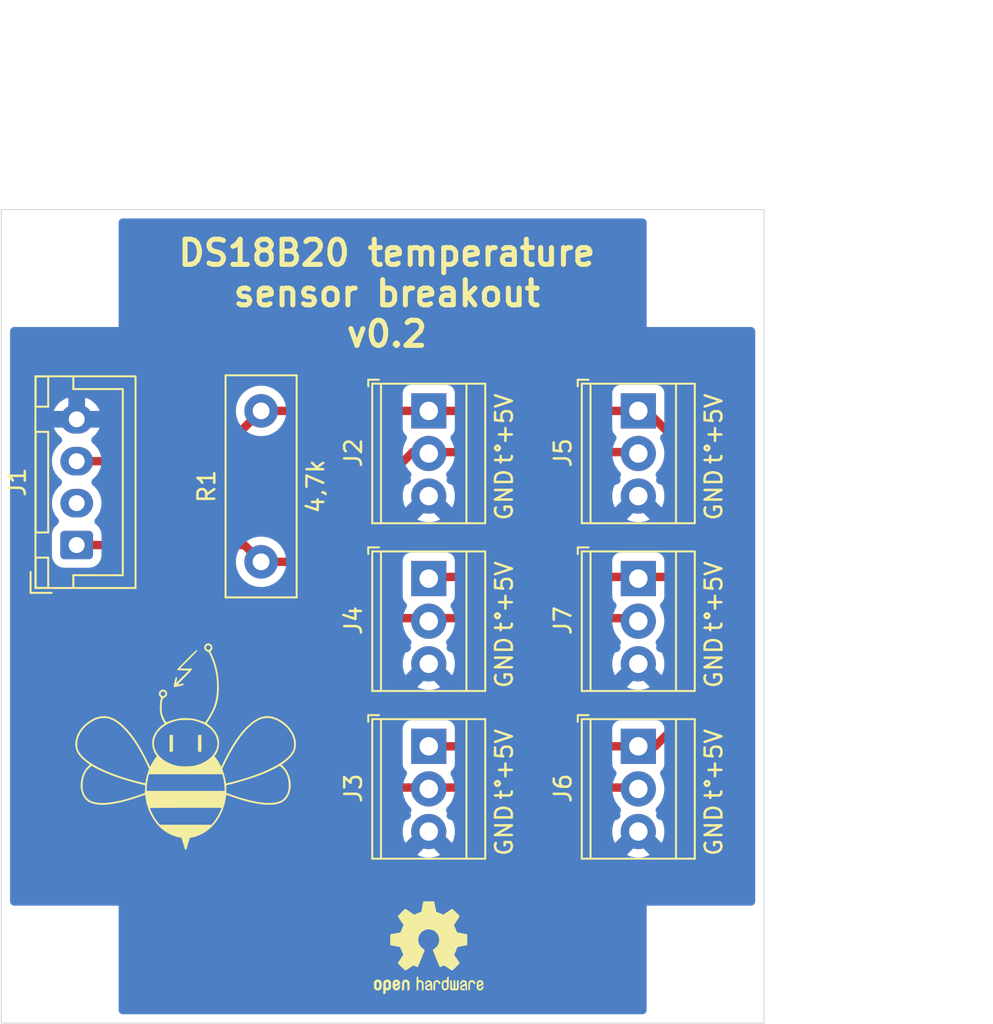
<source format=kicad_pcb>
(kicad_pcb (version 20171130) (host pcbnew 5.1.10-88a1d61d58~90~ubuntu20.04.1)

  (general
    (thickness 1.6)
    (drawings 26)
    (tracks 35)
    (zones 0)
    (modules 14)
    (nets 5)
  )

  (page A4)
  (layers
    (0 F.Cu signal)
    (31 B.Cu signal)
    (32 B.Adhes user)
    (33 F.Adhes user)
    (34 B.Paste user)
    (35 F.Paste user)
    (36 B.SilkS user)
    (37 F.SilkS user)
    (38 B.Mask user)
    (39 F.Mask user)
    (40 Dwgs.User user)
    (41 Cmts.User user)
    (42 Eco1.User user)
    (43 Eco2.User user)
    (44 Edge.Cuts user)
    (45 Margin user)
    (46 B.CrtYd user)
    (47 F.CrtYd user)
    (48 B.Fab user)
    (49 F.Fab user)
  )

  (setup
    (last_trace_width 0.25)
    (user_trace_width 0.5)
    (trace_clearance 0.2)
    (zone_clearance 0.5)
    (zone_45_only no)
    (trace_min 0.2)
    (via_size 0.8)
    (via_drill 0.4)
    (via_min_size 0.4)
    (via_min_drill 0.3)
    (uvia_size 0.3)
    (uvia_drill 0.1)
    (uvias_allowed no)
    (uvia_min_size 0.2)
    (uvia_min_drill 0.1)
    (edge_width 0.05)
    (segment_width 0.2)
    (pcb_text_width 0.3)
    (pcb_text_size 1.5 1.5)
    (mod_edge_width 0.12)
    (mod_text_size 1 1)
    (mod_text_width 0.15)
    (pad_size 1.524 1.524)
    (pad_drill 0.762)
    (pad_to_mask_clearance 0)
    (aux_axis_origin 0 0)
    (visible_elements FFFFFF7F)
    (pcbplotparams
      (layerselection 0x3ffff_ffffffff)
      (usegerberextensions false)
      (usegerberattributes true)
      (usegerberadvancedattributes true)
      (creategerberjobfile true)
      (excludeedgelayer true)
      (linewidth 0.100000)
      (plotframeref false)
      (viasonmask false)
      (mode 1)
      (useauxorigin false)
      (hpglpennumber 1)
      (hpglpenspeed 20)
      (hpglpendiameter 15.000000)
      (psnegative false)
      (psa4output false)
      (plotreference true)
      (plotvalue true)
      (plotinvisibletext false)
      (padsonsilk false)
      (subtractmaskfromsilk false)
      (outputformat 1)
      (mirror false)
      (drillshape 0)
      (scaleselection 1)
      (outputdirectory "gerber/"))
  )

  (net 0 "")
  (net 1 GND)
  (net 2 +5V)
  (net 3 "Net-(J1-Pad2)")
  (net 4 esp_pin)

  (net_class Default "This is the default net class."
    (clearance 0.2)
    (trace_width 0.25)
    (via_dia 0.8)
    (via_drill 0.4)
    (uvia_dia 0.3)
    (uvia_drill 0.1)
    (add_net +5V)
    (add_net GND)
    (add_net "Net-(J1-Pad2)")
    (add_net esp_pin)
  )

  (module Symbol:OSHW-Logo2_7.3x6mm_SilkScreen (layer F.Cu) (tedit 0) (tstamp 60CEADB2)
    (at 137.5 124.5)
    (descr "Open Source Hardware Symbol")
    (tags "Logo Symbol OSHW")
    (attr virtual)
    (fp_text reference REF** (at 0 0) (layer F.SilkS) hide
      (effects (font (size 1 1) (thickness 0.15)))
    )
    (fp_text value OSHW-Logo2_7.3x6mm_SilkScreen (at 0.75 0) (layer F.Fab) hide
      (effects (font (size 1 1) (thickness 0.15)))
    )
    (fp_poly (pts (xy -2.400256 1.919918) (xy -2.344799 1.947568) (xy -2.295852 1.99848) (xy -2.282371 2.017338)
      (xy -2.267686 2.042015) (xy -2.258158 2.068816) (xy -2.252707 2.104587) (xy -2.250253 2.156169)
      (xy -2.249714 2.224267) (xy -2.252148 2.317588) (xy -2.260606 2.387657) (xy -2.276826 2.439931)
      (xy -2.302546 2.479869) (xy -2.339503 2.512929) (xy -2.342218 2.514886) (xy -2.37864 2.534908)
      (xy -2.422498 2.544815) (xy -2.478276 2.547257) (xy -2.568952 2.547257) (xy -2.56899 2.635283)
      (xy -2.569834 2.684308) (xy -2.574976 2.713065) (xy -2.588413 2.730311) (xy -2.614142 2.744808)
      (xy -2.620321 2.747769) (xy -2.649236 2.761648) (xy -2.671624 2.770414) (xy -2.688271 2.771171)
      (xy -2.699964 2.761023) (xy -2.70749 2.737073) (xy -2.711634 2.696426) (xy -2.713185 2.636186)
      (xy -2.712929 2.553455) (xy -2.711651 2.445339) (xy -2.711252 2.413) (xy -2.709815 2.301524)
      (xy -2.708528 2.228603) (xy -2.569029 2.228603) (xy -2.568245 2.290499) (xy -2.56476 2.330997)
      (xy -2.556876 2.357708) (xy -2.542895 2.378244) (xy -2.533403 2.38826) (xy -2.494596 2.417567)
      (xy -2.460237 2.419952) (xy -2.424784 2.39575) (xy -2.423886 2.394857) (xy -2.409461 2.376153)
      (xy -2.400687 2.350732) (xy -2.396261 2.311584) (xy -2.394882 2.251697) (xy -2.394857 2.23843)
      (xy -2.398188 2.155901) (xy -2.409031 2.098691) (xy -2.42866 2.063766) (xy -2.45835 2.048094)
      (xy -2.475509 2.046514) (xy -2.516234 2.053926) (xy -2.544168 2.07833) (xy -2.560983 2.12298)
      (xy -2.56835 2.19113) (xy -2.569029 2.228603) (xy -2.708528 2.228603) (xy -2.708292 2.215245)
      (xy -2.706323 2.150333) (xy -2.70355 2.102958) (xy -2.699612 2.06929) (xy -2.694151 2.045498)
      (xy -2.686808 2.027753) (xy -2.677223 2.012224) (xy -2.673113 2.006381) (xy -2.618595 1.951185)
      (xy -2.549664 1.91989) (xy -2.469928 1.911165) (xy -2.400256 1.919918)) (layer F.SilkS) (width 0.01))
    (fp_poly (pts (xy -1.283907 1.92778) (xy -1.237328 1.954723) (xy -1.204943 1.981466) (xy -1.181258 2.009484)
      (xy -1.164941 2.043748) (xy -1.154661 2.089227) (xy -1.149086 2.150892) (xy -1.146884 2.233711)
      (xy -1.146629 2.293246) (xy -1.146629 2.512391) (xy -1.208314 2.540044) (xy -1.27 2.567697)
      (xy -1.277257 2.32767) (xy -1.280256 2.238028) (xy -1.283402 2.172962) (xy -1.287299 2.128026)
      (xy -1.292553 2.09877) (xy -1.299769 2.080748) (xy -1.30955 2.069511) (xy -1.312688 2.067079)
      (xy -1.360239 2.048083) (xy -1.408303 2.0556) (xy -1.436914 2.075543) (xy -1.448553 2.089675)
      (xy -1.456609 2.10822) (xy -1.461729 2.136334) (xy -1.464559 2.179173) (xy -1.465744 2.241895)
      (xy -1.465943 2.307261) (xy -1.465982 2.389268) (xy -1.467386 2.447316) (xy -1.472086 2.486465)
      (xy -1.482013 2.51178) (xy -1.499097 2.528323) (xy -1.525268 2.541156) (xy -1.560225 2.554491)
      (xy -1.598404 2.569007) (xy -1.593859 2.311389) (xy -1.592029 2.218519) (xy -1.589888 2.149889)
      (xy -1.586819 2.100711) (xy -1.582206 2.066198) (xy -1.575432 2.041562) (xy -1.565881 2.022016)
      (xy -1.554366 2.00477) (xy -1.49881 1.94968) (xy -1.43102 1.917822) (xy -1.357287 1.910191)
      (xy -1.283907 1.92778)) (layer F.SilkS) (width 0.01))
    (fp_poly (pts (xy -2.958885 1.921962) (xy -2.890855 1.957733) (xy -2.840649 2.015301) (xy -2.822815 2.052312)
      (xy -2.808937 2.107882) (xy -2.801833 2.178096) (xy -2.80116 2.254727) (xy -2.806573 2.329552)
      (xy -2.81773 2.394342) (xy -2.834286 2.440873) (xy -2.839374 2.448887) (xy -2.899645 2.508707)
      (xy -2.971231 2.544535) (xy -3.048908 2.55502) (xy -3.127452 2.53881) (xy -3.149311 2.529092)
      (xy -3.191878 2.499143) (xy -3.229237 2.459433) (xy -3.232768 2.454397) (xy -3.247119 2.430124)
      (xy -3.256606 2.404178) (xy -3.26221 2.370022) (xy -3.264914 2.321119) (xy -3.265701 2.250935)
      (xy -3.265714 2.2352) (xy -3.265678 2.230192) (xy -3.120571 2.230192) (xy -3.119727 2.29643)
      (xy -3.116404 2.340386) (xy -3.109417 2.368779) (xy -3.097584 2.388325) (xy -3.091543 2.394857)
      (xy -3.056814 2.41968) (xy -3.023097 2.418548) (xy -2.989005 2.397016) (xy -2.968671 2.374029)
      (xy -2.956629 2.340478) (xy -2.949866 2.287569) (xy -2.949402 2.281399) (xy -2.948248 2.185513)
      (xy -2.960312 2.114299) (xy -2.98543 2.068194) (xy -3.02344 2.047635) (xy -3.037008 2.046514)
      (xy -3.072636 2.052152) (xy -3.097006 2.071686) (xy -3.111907 2.109042) (xy -3.119125 2.16815)
      (xy -3.120571 2.230192) (xy -3.265678 2.230192) (xy -3.265174 2.160413) (xy -3.262904 2.108159)
      (xy -3.257932 2.071949) (xy -3.249287 2.045299) (xy -3.235995 2.021722) (xy -3.233057 2.017338)
      (xy -3.183687 1.958249) (xy -3.129891 1.923947) (xy -3.064398 1.910331) (xy -3.042158 1.909665)
      (xy -2.958885 1.921962)) (layer F.SilkS) (width 0.01))
    (fp_poly (pts (xy -1.831697 1.931239) (xy -1.774473 1.969735) (xy -1.730251 2.025335) (xy -1.703833 2.096086)
      (xy -1.69849 2.148162) (xy -1.699097 2.169893) (xy -1.704178 2.186531) (xy -1.718145 2.201437)
      (xy -1.745411 2.217973) (xy -1.790388 2.239498) (xy -1.857489 2.269374) (xy -1.857829 2.269524)
      (xy -1.919593 2.297813) (xy -1.970241 2.322933) (xy -2.004596 2.342179) (xy -2.017482 2.352848)
      (xy -2.017486 2.352934) (xy -2.006128 2.376166) (xy -1.979569 2.401774) (xy -1.949077 2.420221)
      (xy -1.93363 2.423886) (xy -1.891485 2.411212) (xy -1.855192 2.379471) (xy -1.837483 2.344572)
      (xy -1.820448 2.318845) (xy -1.787078 2.289546) (xy -1.747851 2.264235) (xy -1.713244 2.250471)
      (xy -1.706007 2.249714) (xy -1.697861 2.26216) (xy -1.69737 2.293972) (xy -1.703357 2.336866)
      (xy -1.714643 2.382558) (xy -1.73005 2.422761) (xy -1.730829 2.424322) (xy -1.777196 2.489062)
      (xy -1.837289 2.533097) (xy -1.905535 2.554711) (xy -1.976362 2.552185) (xy -2.044196 2.523804)
      (xy -2.047212 2.521808) (xy -2.100573 2.473448) (xy -2.13566 2.410352) (xy -2.155078 2.327387)
      (xy -2.157684 2.304078) (xy -2.162299 2.194055) (xy -2.156767 2.142748) (xy -2.017486 2.142748)
      (xy -2.015676 2.174753) (xy -2.005778 2.184093) (xy -1.981102 2.177105) (xy -1.942205 2.160587)
      (xy -1.898725 2.139881) (xy -1.897644 2.139333) (xy -1.860791 2.119949) (xy -1.846 2.107013)
      (xy -1.849647 2.093451) (xy -1.865005 2.075632) (xy -1.904077 2.049845) (xy -1.946154 2.04795)
      (xy -1.983897 2.066717) (xy -2.009966 2.102915) (xy -2.017486 2.142748) (xy -2.156767 2.142748)
      (xy -2.152806 2.106027) (xy -2.12845 2.036212) (xy -2.094544 1.987302) (xy -2.033347 1.937878)
      (xy -1.965937 1.913359) (xy -1.89712 1.911797) (xy -1.831697 1.931239)) (layer F.SilkS) (width 0.01))
    (fp_poly (pts (xy -0.624114 1.851289) (xy -0.619861 1.910613) (xy -0.614975 1.945572) (xy -0.608205 1.96082)
      (xy -0.598298 1.961015) (xy -0.595086 1.959195) (xy -0.552356 1.946015) (xy -0.496773 1.946785)
      (xy -0.440263 1.960333) (xy -0.404918 1.977861) (xy -0.368679 2.005861) (xy -0.342187 2.037549)
      (xy -0.324001 2.077813) (xy -0.312678 2.131543) (xy -0.306778 2.203626) (xy -0.304857 2.298951)
      (xy -0.304823 2.317237) (xy -0.3048 2.522646) (xy -0.350509 2.53858) (xy -0.382973 2.54942)
      (xy -0.400785 2.554468) (xy -0.401309 2.554514) (xy -0.403063 2.540828) (xy -0.404556 2.503076)
      (xy -0.405674 2.446224) (xy -0.406303 2.375234) (xy -0.4064 2.332073) (xy -0.406602 2.246973)
      (xy -0.407642 2.185981) (xy -0.410169 2.144177) (xy -0.414836 2.116642) (xy -0.422293 2.098456)
      (xy -0.433189 2.084698) (xy -0.439993 2.078073) (xy -0.486728 2.051375) (xy -0.537728 2.049375)
      (xy -0.583999 2.071955) (xy -0.592556 2.080107) (xy -0.605107 2.095436) (xy -0.613812 2.113618)
      (xy -0.619369 2.139909) (xy -0.622474 2.179562) (xy -0.623824 2.237832) (xy -0.624114 2.318173)
      (xy -0.624114 2.522646) (xy -0.669823 2.53858) (xy -0.702287 2.54942) (xy -0.720099 2.554468)
      (xy -0.720623 2.554514) (xy -0.721963 2.540623) (xy -0.723172 2.501439) (xy -0.724199 2.4407)
      (xy -0.724998 2.362141) (xy -0.725519 2.269498) (xy -0.725714 2.166509) (xy -0.725714 1.769342)
      (xy -0.678543 1.749444) (xy -0.631371 1.729547) (xy -0.624114 1.851289)) (layer F.SilkS) (width 0.01))
    (fp_poly (pts (xy 0.039744 1.950968) (xy 0.096616 1.972087) (xy 0.097267 1.972493) (xy 0.13244 1.99838)
      (xy 0.158407 2.028633) (xy 0.17667 2.068058) (xy 0.188732 2.121462) (xy 0.196096 2.193651)
      (xy 0.200264 2.289432) (xy 0.200629 2.303078) (xy 0.205876 2.508842) (xy 0.161716 2.531678)
      (xy 0.129763 2.54711) (xy 0.11047 2.554423) (xy 0.109578 2.554514) (xy 0.106239 2.541022)
      (xy 0.103587 2.504626) (xy 0.101956 2.451452) (xy 0.1016 2.408393) (xy 0.101592 2.338641)
      (xy 0.098403 2.294837) (xy 0.087288 2.273944) (xy 0.063501 2.272925) (xy 0.022296 2.288741)
      (xy -0.039914 2.317815) (xy -0.085659 2.341963) (xy -0.109187 2.362913) (xy -0.116104 2.385747)
      (xy -0.116114 2.386877) (xy -0.104701 2.426212) (xy -0.070908 2.447462) (xy -0.019191 2.450539)
      (xy 0.018061 2.450006) (xy 0.037703 2.460735) (xy 0.049952 2.486505) (xy 0.057002 2.519337)
      (xy 0.046842 2.537966) (xy 0.043017 2.540632) (xy 0.007001 2.55134) (xy -0.043434 2.552856)
      (xy -0.095374 2.545759) (xy -0.132178 2.532788) (xy -0.183062 2.489585) (xy -0.211986 2.429446)
      (xy -0.217714 2.382462) (xy -0.213343 2.340082) (xy -0.197525 2.305488) (xy -0.166203 2.274763)
      (xy -0.115322 2.24399) (xy -0.040824 2.209252) (xy -0.036286 2.207288) (xy 0.030821 2.176287)
      (xy 0.072232 2.150862) (xy 0.089981 2.128014) (xy 0.086107 2.104745) (xy 0.062643 2.078056)
      (xy 0.055627 2.071914) (xy 0.00863 2.0481) (xy -0.040067 2.049103) (xy -0.082478 2.072451)
      (xy -0.110616 2.115675) (xy -0.113231 2.12416) (xy -0.138692 2.165308) (xy -0.170999 2.185128)
      (xy -0.217714 2.20477) (xy -0.217714 2.15395) (xy -0.203504 2.080082) (xy -0.161325 2.012327)
      (xy -0.139376 1.989661) (xy -0.089483 1.960569) (xy -0.026033 1.9474) (xy 0.039744 1.950968)) (layer F.SilkS) (width 0.01))
    (fp_poly (pts (xy 0.529926 1.949755) (xy 0.595858 1.974084) (xy 0.649273 2.017117) (xy 0.670164 2.047409)
      (xy 0.692939 2.102994) (xy 0.692466 2.143186) (xy 0.668562 2.170217) (xy 0.659717 2.174813)
      (xy 0.62153 2.189144) (xy 0.602028 2.185472) (xy 0.595422 2.161407) (xy 0.595086 2.148114)
      (xy 0.582992 2.09921) (xy 0.551471 2.064999) (xy 0.507659 2.048476) (xy 0.458695 2.052634)
      (xy 0.418894 2.074227) (xy 0.40545 2.086544) (xy 0.395921 2.101487) (xy 0.389485 2.124075)
      (xy 0.385317 2.159328) (xy 0.382597 2.212266) (xy 0.380502 2.287907) (xy 0.37996 2.311857)
      (xy 0.377981 2.39379) (xy 0.375731 2.451455) (xy 0.372357 2.489608) (xy 0.367006 2.513004)
      (xy 0.358824 2.526398) (xy 0.346959 2.534545) (xy 0.339362 2.538144) (xy 0.307102 2.550452)
      (xy 0.288111 2.554514) (xy 0.281836 2.540948) (xy 0.278006 2.499934) (xy 0.2766 2.430999)
      (xy 0.277598 2.333669) (xy 0.277908 2.318657) (xy 0.280101 2.229859) (xy 0.282693 2.165019)
      (xy 0.286382 2.119067) (xy 0.291864 2.086935) (xy 0.299835 2.063553) (xy 0.310993 2.043852)
      (xy 0.31683 2.03541) (xy 0.350296 1.998057) (xy 0.387727 1.969003) (xy 0.392309 1.966467)
      (xy 0.459426 1.946443) (xy 0.529926 1.949755)) (layer F.SilkS) (width 0.01))
    (fp_poly (pts (xy 1.190117 2.065358) (xy 1.189933 2.173837) (xy 1.189219 2.257287) (xy 1.187675 2.319704)
      (xy 1.185001 2.365085) (xy 1.180894 2.397429) (xy 1.175055 2.420733) (xy 1.167182 2.438995)
      (xy 1.161221 2.449418) (xy 1.111855 2.505945) (xy 1.049264 2.541377) (xy 0.980013 2.55409)
      (xy 0.910668 2.542463) (xy 0.869375 2.521568) (xy 0.826025 2.485422) (xy 0.796481 2.441276)
      (xy 0.778655 2.383462) (xy 0.770463 2.306313) (xy 0.769302 2.249714) (xy 0.769458 2.245647)
      (xy 0.870857 2.245647) (xy 0.871476 2.31055) (xy 0.874314 2.353514) (xy 0.88084 2.381622)
      (xy 0.892523 2.401953) (xy 0.906483 2.417288) (xy 0.953365 2.44689) (xy 1.003701 2.449419)
      (xy 1.051276 2.424705) (xy 1.054979 2.421356) (xy 1.070783 2.403935) (xy 1.080693 2.383209)
      (xy 1.086058 2.352362) (xy 1.088228 2.304577) (xy 1.088571 2.251748) (xy 1.087827 2.185381)
      (xy 1.084748 2.141106) (xy 1.078061 2.112009) (xy 1.066496 2.091173) (xy 1.057013 2.080107)
      (xy 1.01296 2.052198) (xy 0.962224 2.048843) (xy 0.913796 2.070159) (xy 0.90445 2.078073)
      (xy 0.88854 2.095647) (xy 0.87861 2.116587) (xy 0.873278 2.147782) (xy 0.871163 2.196122)
      (xy 0.870857 2.245647) (xy 0.769458 2.245647) (xy 0.77281 2.158568) (xy 0.784726 2.090086)
      (xy 0.807135 2.0386) (xy 0.842124 1.998443) (xy 0.869375 1.977861) (xy 0.918907 1.955625)
      (xy 0.976316 1.945304) (xy 1.029682 1.948067) (xy 1.059543 1.959212) (xy 1.071261 1.962383)
      (xy 1.079037 1.950557) (xy 1.084465 1.918866) (xy 1.088571 1.870593) (xy 1.093067 1.816829)
      (xy 1.099313 1.784482) (xy 1.110676 1.765985) (xy 1.130528 1.75377) (xy 1.143 1.748362)
      (xy 1.190171 1.728601) (xy 1.190117 2.065358)) (layer F.SilkS) (width 0.01))
    (fp_poly (pts (xy 1.779833 1.958663) (xy 1.782048 1.99685) (xy 1.783784 2.054886) (xy 1.784899 2.12818)
      (xy 1.785257 2.205055) (xy 1.785257 2.465196) (xy 1.739326 2.511127) (xy 1.707675 2.539429)
      (xy 1.67989 2.550893) (xy 1.641915 2.550168) (xy 1.62684 2.548321) (xy 1.579726 2.542948)
      (xy 1.540756 2.539869) (xy 1.531257 2.539585) (xy 1.499233 2.541445) (xy 1.453432 2.546114)
      (xy 1.435674 2.548321) (xy 1.392057 2.551735) (xy 1.362745 2.54432) (xy 1.33368 2.521427)
      (xy 1.323188 2.511127) (xy 1.277257 2.465196) (xy 1.277257 1.978602) (xy 1.314226 1.961758)
      (xy 1.346059 1.949282) (xy 1.364683 1.944914) (xy 1.369458 1.958718) (xy 1.373921 1.997286)
      (xy 1.377775 2.056356) (xy 1.380722 2.131663) (xy 1.382143 2.195286) (xy 1.386114 2.445657)
      (xy 1.420759 2.450556) (xy 1.452268 2.447131) (xy 1.467708 2.436041) (xy 1.472023 2.415308)
      (xy 1.475708 2.371145) (xy 1.478469 2.309146) (xy 1.480012 2.234909) (xy 1.480235 2.196706)
      (xy 1.480457 1.976783) (xy 1.526166 1.960849) (xy 1.558518 1.950015) (xy 1.576115 1.944962)
      (xy 1.576623 1.944914) (xy 1.578388 1.958648) (xy 1.580329 1.99673) (xy 1.582282 2.054482)
      (xy 1.584084 2.127227) (xy 1.585343 2.195286) (xy 1.589314 2.445657) (xy 1.6764 2.445657)
      (xy 1.680396 2.21724) (xy 1.684392 1.988822) (xy 1.726847 1.966868) (xy 1.758192 1.951793)
      (xy 1.776744 1.944951) (xy 1.777279 1.944914) (xy 1.779833 1.958663)) (layer F.SilkS) (width 0.01))
    (fp_poly (pts (xy 2.144876 1.956335) (xy 2.186667 1.975344) (xy 2.219469 1.998378) (xy 2.243503 2.024133)
      (xy 2.260097 2.057358) (xy 2.270577 2.1028) (xy 2.276271 2.165207) (xy 2.278507 2.249327)
      (xy 2.278743 2.304721) (xy 2.278743 2.520826) (xy 2.241774 2.53767) (xy 2.212656 2.549981)
      (xy 2.198231 2.554514) (xy 2.195472 2.541025) (xy 2.193282 2.504653) (xy 2.191942 2.451542)
      (xy 2.191657 2.409372) (xy 2.190434 2.348447) (xy 2.187136 2.300115) (xy 2.182321 2.270518)
      (xy 2.178496 2.264229) (xy 2.152783 2.270652) (xy 2.112418 2.287125) (xy 2.065679 2.309458)
      (xy 2.020845 2.333457) (xy 1.986193 2.35493) (xy 1.970002 2.369685) (xy 1.969938 2.369845)
      (xy 1.97133 2.397152) (xy 1.983818 2.423219) (xy 2.005743 2.444392) (xy 2.037743 2.451474)
      (xy 2.065092 2.450649) (xy 2.103826 2.450042) (xy 2.124158 2.459116) (xy 2.136369 2.483092)
      (xy 2.137909 2.487613) (xy 2.143203 2.521806) (xy 2.129047 2.542568) (xy 2.092148 2.552462)
      (xy 2.052289 2.554292) (xy 1.980562 2.540727) (xy 1.943432 2.521355) (xy 1.897576 2.475845)
      (xy 1.873256 2.419983) (xy 1.871073 2.360957) (xy 1.891629 2.305953) (xy 1.922549 2.271486)
      (xy 1.95342 2.252189) (xy 2.001942 2.227759) (xy 2.058485 2.202985) (xy 2.06791 2.199199)
      (xy 2.130019 2.171791) (xy 2.165822 2.147634) (xy 2.177337 2.123619) (xy 2.16658 2.096635)
      (xy 2.148114 2.075543) (xy 2.104469 2.049572) (xy 2.056446 2.047624) (xy 2.012406 2.067637)
      (xy 1.980709 2.107551) (xy 1.976549 2.117848) (xy 1.952327 2.155724) (xy 1.916965 2.183842)
      (xy 1.872343 2.206917) (xy 1.872343 2.141485) (xy 1.874969 2.101506) (xy 1.88623 2.069997)
      (xy 1.911199 2.036378) (xy 1.935169 2.010484) (xy 1.972441 1.973817) (xy 2.001401 1.954121)
      (xy 2.032505 1.94622) (xy 2.067713 1.944914) (xy 2.144876 1.956335)) (layer F.SilkS) (width 0.01))
    (fp_poly (pts (xy 2.6526 1.958752) (xy 2.669948 1.966334) (xy 2.711356 1.999128) (xy 2.746765 2.046547)
      (xy 2.768664 2.097151) (xy 2.772229 2.122098) (xy 2.760279 2.156927) (xy 2.734067 2.175357)
      (xy 2.705964 2.186516) (xy 2.693095 2.188572) (xy 2.686829 2.173649) (xy 2.674456 2.141175)
      (xy 2.669028 2.126502) (xy 2.63859 2.075744) (xy 2.59452 2.050427) (xy 2.53801 2.051206)
      (xy 2.533825 2.052203) (xy 2.503655 2.066507) (xy 2.481476 2.094393) (xy 2.466327 2.139287)
      (xy 2.45725 2.204615) (xy 2.453286 2.293804) (xy 2.452914 2.341261) (xy 2.45273 2.416071)
      (xy 2.451522 2.467069) (xy 2.448309 2.499471) (xy 2.442109 2.518495) (xy 2.43194 2.529356)
      (xy 2.416819 2.537272) (xy 2.415946 2.53767) (xy 2.386828 2.549981) (xy 2.372403 2.554514)
      (xy 2.370186 2.540809) (xy 2.368289 2.502925) (xy 2.366847 2.445715) (xy 2.365998 2.374027)
      (xy 2.365829 2.321565) (xy 2.366692 2.220047) (xy 2.37007 2.143032) (xy 2.377142 2.086023)
      (xy 2.389088 2.044526) (xy 2.40709 2.014043) (xy 2.432327 1.99008) (xy 2.457247 1.973355)
      (xy 2.517171 1.951097) (xy 2.586911 1.946076) (xy 2.6526 1.958752)) (layer F.SilkS) (width 0.01))
    (fp_poly (pts (xy 3.153595 1.966966) (xy 3.211021 2.004497) (xy 3.238719 2.038096) (xy 3.260662 2.099064)
      (xy 3.262405 2.147308) (xy 3.258457 2.211816) (xy 3.109686 2.276934) (xy 3.037349 2.310202)
      (xy 2.990084 2.336964) (xy 2.965507 2.360144) (xy 2.961237 2.382667) (xy 2.974889 2.407455)
      (xy 2.989943 2.423886) (xy 3.033746 2.450235) (xy 3.081389 2.452081) (xy 3.125145 2.431546)
      (xy 3.157289 2.390752) (xy 3.163038 2.376347) (xy 3.190576 2.331356) (xy 3.222258 2.312182)
      (xy 3.265714 2.295779) (xy 3.265714 2.357966) (xy 3.261872 2.400283) (xy 3.246823 2.435969)
      (xy 3.21528 2.476943) (xy 3.210592 2.482267) (xy 3.175506 2.51872) (xy 3.145347 2.538283)
      (xy 3.107615 2.547283) (xy 3.076335 2.55023) (xy 3.020385 2.550965) (xy 2.980555 2.54166)
      (xy 2.955708 2.527846) (xy 2.916656 2.497467) (xy 2.889625 2.464613) (xy 2.872517 2.423294)
      (xy 2.863238 2.367521) (xy 2.859693 2.291305) (xy 2.85941 2.252622) (xy 2.860372 2.206247)
      (xy 2.948007 2.206247) (xy 2.949023 2.231126) (xy 2.951556 2.2352) (xy 2.968274 2.229665)
      (xy 3.004249 2.215017) (xy 3.052331 2.19419) (xy 3.062386 2.189714) (xy 3.123152 2.158814)
      (xy 3.156632 2.131657) (xy 3.16399 2.10622) (xy 3.146391 2.080481) (xy 3.131856 2.069109)
      (xy 3.07941 2.046364) (xy 3.030322 2.050122) (xy 2.989227 2.077884) (xy 2.960758 2.127152)
      (xy 2.951631 2.166257) (xy 2.948007 2.206247) (xy 2.860372 2.206247) (xy 2.861285 2.162249)
      (xy 2.868196 2.095384) (xy 2.881884 2.046695) (xy 2.904096 2.010849) (xy 2.936574 1.982513)
      (xy 2.950733 1.973355) (xy 3.015053 1.949507) (xy 3.085473 1.948006) (xy 3.153595 1.966966)) (layer F.SilkS) (width 0.01))
    (fp_poly (pts (xy 0.10391 -2.757652) (xy 0.182454 -2.757222) (xy 0.239298 -2.756058) (xy 0.278105 -2.753793)
      (xy 0.302538 -2.75006) (xy 0.316262 -2.744494) (xy 0.32294 -2.736727) (xy 0.326236 -2.726395)
      (xy 0.326556 -2.725057) (xy 0.331562 -2.700921) (xy 0.340829 -2.653299) (xy 0.353392 -2.587259)
      (xy 0.368287 -2.507872) (xy 0.384551 -2.420204) (xy 0.385119 -2.417125) (xy 0.40141 -2.331211)
      (xy 0.416652 -2.255304) (xy 0.429861 -2.193955) (xy 0.440054 -2.151718) (xy 0.446248 -2.133145)
      (xy 0.446543 -2.132816) (xy 0.464788 -2.123747) (xy 0.502405 -2.108633) (xy 0.551271 -2.090738)
      (xy 0.551543 -2.090642) (xy 0.613093 -2.067507) (xy 0.685657 -2.038035) (xy 0.754057 -2.008403)
      (xy 0.757294 -2.006938) (xy 0.868702 -1.956374) (xy 1.115399 -2.12484) (xy 1.191077 -2.176197)
      (xy 1.259631 -2.222111) (xy 1.317088 -2.25997) (xy 1.359476 -2.287163) (xy 1.382825 -2.301079)
      (xy 1.385042 -2.302111) (xy 1.40201 -2.297516) (xy 1.433701 -2.275345) (xy 1.481352 -2.234553)
      (xy 1.546198 -2.174095) (xy 1.612397 -2.109773) (xy 1.676214 -2.046388) (xy 1.733329 -1.988549)
      (xy 1.780305 -1.939825) (xy 1.813703 -1.90379) (xy 1.830085 -1.884016) (xy 1.830694 -1.882998)
      (xy 1.832505 -1.869428) (xy 1.825683 -1.847267) (xy 1.80854 -1.813522) (xy 1.779393 -1.7652)
      (xy 1.736555 -1.699308) (xy 1.679448 -1.614483) (xy 1.628766 -1.539823) (xy 1.583461 -1.47286)
      (xy 1.54615 -1.417484) (xy 1.519452 -1.37758) (xy 1.505985 -1.357038) (xy 1.505137 -1.355644)
      (xy 1.506781 -1.335962) (xy 1.519245 -1.297707) (xy 1.540048 -1.248111) (xy 1.547462 -1.232272)
      (xy 1.579814 -1.16171) (xy 1.614328 -1.081647) (xy 1.642365 -1.012371) (xy 1.662568 -0.960955)
      (xy 1.678615 -0.921881) (xy 1.687888 -0.901459) (xy 1.689041 -0.899886) (xy 1.706096 -0.897279)
      (xy 1.746298 -0.890137) (xy 1.804302 -0.879477) (xy 1.874763 -0.866315) (xy 1.952335 -0.851667)
      (xy 2.031672 -0.836551) (xy 2.107431 -0.821982) (xy 2.174264 -0.808978) (xy 2.226828 -0.798555)
      (xy 2.259776 -0.79173) (xy 2.267857 -0.789801) (xy 2.276205 -0.785038) (xy 2.282506 -0.774282)
      (xy 2.287045 -0.753902) (xy 2.290104 -0.720266) (xy 2.291967 -0.669745) (xy 2.292918 -0.598708)
      (xy 2.29324 -0.503524) (xy 2.293257 -0.464508) (xy 2.293257 -0.147201) (xy 2.217057 -0.132161)
      (xy 2.174663 -0.124005) (xy 2.1114 -0.112101) (xy 2.034962 -0.097884) (xy 1.953043 -0.08279)
      (xy 1.9304 -0.078645) (xy 1.854806 -0.063947) (xy 1.788953 -0.049495) (xy 1.738366 -0.036625)
      (xy 1.708574 -0.026678) (xy 1.703612 -0.023713) (xy 1.691426 -0.002717) (xy 1.673953 0.037967)
      (xy 1.654577 0.090322) (xy 1.650734 0.1016) (xy 1.625339 0.171523) (xy 1.593817 0.250418)
      (xy 1.562969 0.321266) (xy 1.562817 0.321595) (xy 1.511447 0.432733) (xy 1.680399 0.681253)
      (xy 1.849352 0.929772) (xy 1.632429 1.147058) (xy 1.566819 1.211726) (xy 1.506979 1.268733)
      (xy 1.456267 1.315033) (xy 1.418046 1.347584) (xy 1.395675 1.363343) (xy 1.392466 1.364343)
      (xy 1.373626 1.356469) (xy 1.33518 1.334578) (xy 1.28133 1.301267) (xy 1.216276 1.259131)
      (xy 1.14594 1.211943) (xy 1.074555 1.16381) (xy 1.010908 1.121928) (xy 0.959041 1.088871)
      (xy 0.922995 1.067218) (xy 0.906867 1.059543) (xy 0.887189 1.066037) (xy 0.849875 1.08315)
      (xy 0.802621 1.107326) (xy 0.797612 1.110013) (xy 0.733977 1.141927) (xy 0.690341 1.157579)
      (xy 0.663202 1.157745) (xy 0.649057 1.143204) (xy 0.648975 1.143) (xy 0.641905 1.125779)
      (xy 0.625042 1.084899) (xy 0.599695 1.023525) (xy 0.567171 0.944819) (xy 0.528778 0.851947)
      (xy 0.485822 0.748072) (xy 0.444222 0.647502) (xy 0.398504 0.536516) (xy 0.356526 0.433703)
      (xy 0.319548 0.342215) (xy 0.288827 0.265201) (xy 0.265622 0.205815) (xy 0.25119 0.167209)
      (xy 0.246743 0.1528) (xy 0.257896 0.136272) (xy 0.287069 0.10993) (xy 0.325971 0.080887)
      (xy 0.436757 -0.010961) (xy 0.523351 -0.116241) (xy 0.584716 -0.232734) (xy 0.619815 -0.358224)
      (xy 0.627608 -0.490493) (xy 0.621943 -0.551543) (xy 0.591078 -0.678205) (xy 0.53792 -0.790059)
      (xy 0.465767 -0.885999) (xy 0.377917 -0.964924) (xy 0.277665 -1.02573) (xy 0.16831 -1.067313)
      (xy 0.053147 -1.088572) (xy -0.064525 -1.088401) (xy -0.18141 -1.065699) (xy -0.294211 -1.019362)
      (xy -0.399631 -0.948287) (xy -0.443632 -0.908089) (xy -0.528021 -0.804871) (xy -0.586778 -0.692075)
      (xy -0.620296 -0.57299) (xy -0.628965 -0.450905) (xy -0.613177 -0.329107) (xy -0.573322 -0.210884)
      (xy -0.509793 -0.099525) (xy -0.422979 0.001684) (xy -0.325971 0.080887) (xy -0.285563 0.111162)
      (xy -0.257018 0.137219) (xy -0.246743 0.152825) (xy -0.252123 0.169843) (xy -0.267425 0.2105)
      (xy -0.291388 0.271642) (xy -0.322756 0.350119) (xy -0.360268 0.44278) (xy -0.402667 0.546472)
      (xy -0.444337 0.647526) (xy -0.49031 0.758607) (xy -0.532893 0.861541) (xy -0.570779 0.953165)
      (xy -0.60266 1.030316) (xy -0.627229 1.089831) (xy -0.64318 1.128544) (xy -0.64909 1.143)
      (xy -0.663052 1.157685) (xy -0.69006 1.157642) (xy -0.733587 1.142099) (xy -0.79711 1.110284)
      (xy -0.797612 1.110013) (xy -0.84544 1.085323) (xy -0.884103 1.067338) (xy -0.905905 1.059614)
      (xy -0.906867 1.059543) (xy -0.923279 1.067378) (xy -0.959513 1.089165) (xy -1.011526 1.122328)
      (xy -1.075275 1.164291) (xy -1.14594 1.211943) (xy -1.217884 1.260191) (xy -1.282726 1.302151)
      (xy -1.336265 1.335227) (xy -1.374303 1.356821) (xy -1.392467 1.364343) (xy -1.409192 1.354457)
      (xy -1.44282 1.326826) (xy -1.48999 1.284495) (xy -1.547342 1.230505) (xy -1.611516 1.167899)
      (xy -1.632503 1.146983) (xy -1.849501 0.929623) (xy -1.684332 0.68722) (xy -1.634136 0.612781)
      (xy -1.590081 0.545972) (xy -1.554638 0.490665) (xy -1.530281 0.450729) (xy -1.519478 0.430036)
      (xy -1.519162 0.428563) (xy -1.524857 0.409058) (xy -1.540174 0.369822) (xy -1.562463 0.31743)
      (xy -1.578107 0.282355) (xy -1.607359 0.215201) (xy -1.634906 0.147358) (xy -1.656263 0.090034)
      (xy -1.662065 0.072572) (xy -1.678548 0.025938) (xy -1.69466 -0.010095) (xy -1.70351 -0.023713)
      (xy -1.72304 -0.032048) (xy -1.765666 -0.043863) (xy -1.825855 -0.057819) (xy -1.898078 -0.072578)
      (xy -1.9304 -0.078645) (xy -2.012478 -0.093727) (xy -2.091205 -0.108331) (xy -2.158891 -0.12102)
      (xy -2.20784 -0.130358) (xy -2.217057 -0.132161) (xy -2.293257 -0.147201) (xy -2.293257 -0.464508)
      (xy -2.293086 -0.568846) (xy -2.292384 -0.647787) (xy -2.290866 -0.704962) (xy -2.288251 -0.744001)
      (xy -2.284254 -0.768535) (xy -2.278591 -0.782195) (xy -2.27098 -0.788611) (xy -2.267857 -0.789801)
      (xy -2.249022 -0.79402) (xy -2.207412 -0.802438) (xy -2.14837 -0.814039) (xy -2.077243 -0.827805)
      (xy -1.999375 -0.84272) (xy -1.920113 -0.857768) (xy -1.844802 -0.871931) (xy -1.778787 -0.884194)
      (xy -1.727413 -0.893539) (xy -1.696025 -0.89895) (xy -1.689041 -0.899886) (xy -1.682715 -0.912404)
      (xy -1.66871 -0.945754) (xy -1.649645 -0.993623) (xy -1.642366 -1.012371) (xy -1.613004 -1.084805)
      (xy -1.578429 -1.16483) (xy -1.547463 -1.232272) (xy -1.524677 -1.283841) (xy -1.509518 -1.326215)
      (xy -1.504458 -1.352166) (xy -1.505264 -1.355644) (xy -1.515959 -1.372064) (xy -1.54038 -1.408583)
      (xy -1.575905 -1.461313) (xy -1.619913 -1.526365) (xy -1.669783 -1.599849) (xy -1.679644 -1.614355)
      (xy -1.737508 -1.700296) (xy -1.780044 -1.765739) (xy -1.808946 -1.813696) (xy -1.82591 -1.84718)
      (xy -1.832633 -1.869205) (xy -1.83081 -1.882783) (xy -1.830764 -1.882869) (xy -1.816414 -1.900703)
      (xy -1.784677 -1.935183) (xy -1.73899 -1.982732) (xy -1.682796 -2.039778) (xy -1.619532 -2.102745)
      (xy -1.612398 -2.109773) (xy -1.53267 -2.18698) (xy -1.471143 -2.24367) (xy -1.426579 -2.28089)
      (xy -1.397743 -2.299685) (xy -1.385042 -2.302111) (xy -1.366506 -2.291529) (xy -1.328039 -2.267084)
      (xy -1.273614 -2.231388) (xy -1.207202 -2.187053) (xy -1.132775 -2.136689) (xy -1.115399 -2.12484)
      (xy -0.868703 -1.956374) (xy -0.757294 -2.006938) (xy -0.689543 -2.036405) (xy -0.616817 -2.066041)
      (xy -0.554297 -2.08967) (xy -0.551543 -2.090642) (xy -0.50264 -2.108543) (xy -0.464943 -2.12368)
      (xy -0.446575 -2.13279) (xy -0.446544 -2.132816) (xy -0.440715 -2.149283) (xy -0.430808 -2.189781)
      (xy -0.417805 -2.249758) (xy -0.402691 -2.32466) (xy -0.386448 -2.409936) (xy -0.385119 -2.417125)
      (xy -0.368825 -2.504986) (xy -0.353867 -2.58474) (xy -0.341209 -2.651319) (xy -0.331814 -2.699653)
      (xy -0.326646 -2.724675) (xy -0.326556 -2.725057) (xy -0.323411 -2.735701) (xy -0.317296 -2.743738)
      (xy -0.304547 -2.749533) (xy -0.2815 -2.753453) (xy -0.244491 -2.755865) (xy -0.189856 -2.757135)
      (xy -0.113933 -2.757629) (xy -0.013056 -2.757714) (xy 0 -2.757714) (xy 0.10391 -2.757652)) (layer F.SilkS) (width 0.01))
  )

  (module logo-beehive:logo-beehive-13_2х12_3mm (layer F.Cu) (tedit 0) (tstamp 60CEAAD1)
    (at 123 112.5)
    (fp_text reference G*** (at 0 0) (layer F.SilkS) hide
      (effects (font (size 1.524 1.524) (thickness 0.3)))
    )
    (fp_text value LOGO (at 0.75 0) (layer F.SilkS) hide
      (effects (font (size 1.524 1.524) (thickness 0.3)))
    )
    (fp_poly (pts (xy 1.43206 -6.120166) (xy 1.503454 -6.073142) (xy 1.559921 -6.008476) (xy 1.581032 -5.964856)
      (xy 1.593865 -5.873691) (xy 1.57674 -5.785701) (xy 1.533201 -5.715331) (xy 1.516099 -5.700251)
      (xy 1.467688 -5.663735) (xy 1.578221 -5.430076) (xy 1.727108 -5.070831) (xy 1.840543 -4.696426)
      (xy 1.919134 -4.303945) (xy 1.963486 -3.89047) (xy 1.974727 -3.52425) (xy 1.968472 -3.254768)
      (xy 1.949635 -3.016151) (xy 1.916866 -2.798448) (xy 1.868816 -2.591708) (xy 1.831162 -2.465917)
      (xy 1.775341 -2.315525) (xy 1.699413 -2.143173) (xy 1.609091 -1.960448) (xy 1.510088 -1.778936)
      (xy 1.413237 -1.618242) (xy 1.359088 -1.533164) (xy 1.31277 -1.46029) (xy 1.279318 -1.40755)
      (xy 1.263962 -1.383188) (xy 1.272922 -1.360831) (xy 1.309987 -1.32386) (xy 1.366541 -1.280635)
      (xy 1.485566 -1.186452) (xy 1.60603 -1.069788) (xy 1.717919 -0.941929) (xy 1.811218 -0.814157)
      (xy 1.867333 -0.716323) (xy 1.930675 -0.569934) (xy 1.969793 -0.436509) (xy 1.988936 -0.297681)
      (xy 1.992733 -0.174046) (xy 1.972824 0.037523) (xy 1.916179 0.2426) (xy 1.825976 0.431462)
      (xy 1.765043 0.522471) (xy 1.714487 0.589858) (xy 1.826412 0.738638) (xy 1.892467 0.832776)
      (xy 1.96279 0.942954) (xy 2.023329 1.047048) (xy 2.029151 1.057858) (xy 2.119966 1.228299)
      (xy 2.326967 0.809941) (xy 2.529528 0.41577) (xy 2.728446 0.060195) (xy 2.925968 -0.260113)
      (xy 3.124338 -0.548479) (xy 3.325804 -0.808231) (xy 3.53261 -1.042696) (xy 3.674857 -1.186891)
      (xy 3.903075 -1.39058) (xy 4.125367 -1.552904) (xy 4.34346 -1.674134) (xy 4.559079 -1.754543)
      (xy 4.773949 -1.794401) (xy 4.989797 -1.793979) (xy 5.208347 -1.75355) (xy 5.431327 -1.673383)
      (xy 5.66046 -1.553752) (xy 5.730698 -1.510182) (xy 5.936418 -1.359298) (xy 6.11617 -1.189458)
      (xy 6.268532 -1.004543) (xy 6.392083 -0.808436) (xy 6.485402 -0.605019) (xy 6.547067 -0.398173)
      (xy 6.575656 -0.191781) (xy 6.569748 0.010275) (xy 6.527923 0.204113) (xy 6.448757 0.385851)
      (xy 6.434124 0.410919) (xy 6.357603 0.518581) (xy 6.252706 0.638779) (xy 6.127797 0.763021)
      (xy 5.991244 0.882818) (xy 5.894917 0.958215) (xy 5.822702 1.011959) (xy 5.764297 1.055673)
      (xy 5.727332 1.083632) (xy 5.718421 1.090641) (xy 5.729233 1.107326) (xy 5.764195 1.14641)
      (xy 5.816941 1.200953) (xy 5.847433 1.231301) (xy 5.972834 1.38081) (xy 6.080172 1.561202)
      (xy 6.166057 1.76365) (xy 6.227097 1.979327) (xy 6.259905 2.199408) (xy 6.264688 2.31775)
      (xy 6.248239 2.532891) (xy 6.200975 2.735938) (xy 6.125624 2.921822) (xy 6.024914 3.085474)
      (xy 5.90157 3.221825) (xy 5.758322 3.325807) (xy 5.708485 3.351528) (xy 5.51666 3.420705)
      (xy 5.292588 3.464272) (xy 5.037604 3.4824) (xy 4.753038 3.475259) (xy 4.440224 3.44302)
      (xy 4.100495 3.385852) (xy 3.735182 3.303926) (xy 3.345619 3.197412) (xy 2.933137 3.066481)
      (xy 2.622883 2.957251) (xy 2.420015 2.883034) (xy 2.375755 3.150725) (xy 2.297222 3.507814)
      (xy 2.183067 3.842569) (xy 2.032506 4.156704) (xy 1.844757 4.451936) (xy 1.692639 4.646083)
      (xy 1.493841 4.853344) (xy 1.272072 5.035735) (xy 1.033674 5.189397) (xy 0.784987 5.310473)
      (xy 0.532353 5.395104) (xy 0.420807 5.419945) (xy 0.347502 5.433874) (xy 0.290081 5.445194)
      (xy 0.26311 5.450967) (xy 0.248762 5.472443) (xy 0.226571 5.526577) (xy 0.1996 5.605121)
      (xy 0.171723 5.696995) (xy 0.140816 5.805002) (xy 0.11069 5.910264) (xy 0.085251 5.999136)
      (xy 0.071153 6.048375) (xy 0.046986 6.117709) (xy 0.022473 6.15217) (xy 0 6.1595)
      (xy -0.028028 6.147317) (xy -0.052073 6.105941) (xy -0.071153 6.048375) (xy -0.09021 5.981812)
      (xy -0.117007 5.888194) (xy -0.147637 5.781167) (xy -0.171724 5.696995) (xy -0.200404 5.602632)
      (xy -0.227281 5.524667) (xy -0.249292 5.471345) (xy -0.26311 5.450967) (xy -0.294536 5.444293)
      (xy -0.354071 5.432606) (xy -0.420807 5.419945) (xy -0.673175 5.352692) (xy -0.924402 5.247282)
      (xy -1.168154 5.107569) (xy -1.398092 4.93741) (xy -1.60788 4.740661) (xy -1.69266 4.646083)
      (xy -1.904888 4.363937) (xy -2.081305 4.060034) (xy -2.222153 3.733807) (xy -2.235909 3.688292)
      (xy -2.137639 3.688292) (xy -2.127817 3.722941) (xy -2.101332 3.786383) (xy -2.062268 3.870509)
      (xy -2.014711 3.967211) (xy -1.962745 4.068382) (xy -1.910454 4.165912) (xy -1.861923 4.251694)
      (xy -1.821238 4.31762) (xy -1.81864 4.321504) (xy -1.757394 4.408136) (xy -1.688266 4.499664)
      (xy -1.634149 4.566708) (xy -1.540024 4.677833) (xy 1.541893 4.677833) (xy 1.636143 4.566708)
      (xy 1.720456 4.459026) (xy 1.808588 4.332138) (xy 1.895462 4.194797) (xy 1.976001 4.055756)
      (xy 2.045126 3.923769) (xy 2.097761 3.807588) (xy 2.128208 3.718466) (xy 2.142422 3.661833)
      (xy 0.002294 3.661833) (xy -0.35868 3.661929) (xy -0.679378 3.662235) (xy -0.961855 3.662776)
      (xy -1.208166 3.663578) (xy -1.420368 3.664665) (xy -1.600517 3.666063) (xy -1.750668 3.667799)
      (xy -1.872878 3.669896) (xy -1.969203 3.672381) (xy -2.041697 3.675279) (xy -2.092418 3.678615)
      (xy -2.123421 3.682415) (xy -2.136761 3.686704) (xy -2.137639 3.688292) (xy -2.235909 3.688292)
      (xy -2.327673 3.38469) (xy -2.398108 3.012117) (xy -2.402332 2.98052) (xy -2.4152 2.881291)
      (xy -2.620475 2.95695) (xy -2.988085 3.085552) (xy -3.347224 3.197673) (xy -3.694166 3.292564)
      (xy -4.025184 3.369479) (xy -4.336553 3.427671) (xy -4.624545 3.466392) (xy -4.885435 3.484896)
      (xy -5.115496 3.482437) (xy -5.203575 3.474797) (xy -5.430498 3.438669) (xy -5.622117 3.384561)
      (xy -5.782522 3.30999) (xy -5.915806 3.212474) (xy -6.026058 3.08953) (xy -6.11737 2.938674)
      (xy -6.130201 2.9124) (xy -6.207108 2.715391) (xy -6.249727 2.515534) (xy -6.254372 2.421532)
      (xy -6.155186 2.421532) (xy -6.139927 2.573867) (xy -6.105576 2.715082) (xy -6.049603 2.859586)
      (xy -6.043333 2.873431) (xy -5.969828 2.996516) (xy -5.869479 3.112573) (xy -5.754321 3.209416)
      (xy -5.654481 3.267209) (xy -5.487882 3.324533) (xy -5.289126 3.362871) (xy -5.064114 3.381771)
      (xy -4.818749 3.380783) (xy -4.558933 3.359454) (xy -4.517293 3.354238) (xy -4.128959 3.290041)
      (xy -3.714928 3.196195) (xy -3.278785 3.073624) (xy -2.824113 2.923252) (xy -2.770098 2.903966)
      (xy -2.429516 2.78144) (xy -2.421688 2.549749) (xy -2.328333 2.549749) (xy -2.328333 2.667)
      (xy 2.334801 2.667) (xy 2.321748 2.438859) (xy 2.311002 2.31561) (xy 2.413129 2.31561)
      (xy 2.418356 2.543964) (xy 2.423583 2.772319) (xy 2.50825 2.806486) (xy 2.639054 2.856739)
      (xy 2.798993 2.914201) (xy 2.976367 2.974921) (xy 3.159475 3.034953) (xy 3.336615 3.090346)
      (xy 3.444348 3.122382) (xy 3.8377 3.227133) (xy 4.203117 3.305331) (xy 4.539667 3.356863)
      (xy 4.846417 3.381615) (xy 5.122436 3.379473) (xy 5.346531 3.353985) (xy 5.523699 3.313711)
      (xy 5.668431 3.258632) (xy 5.789235 3.184709) (xy 5.884894 3.098344) (xy 6.00255 2.94668)
      (xy 6.086335 2.775164) (xy 6.137074 2.581201) (xy 6.155594 2.362194) (xy 6.153632 2.254652)
      (xy 6.124552 1.994731) (xy 6.062751 1.760714) (xy 5.968428 1.553137) (xy 5.841782 1.372536)
      (xy 5.811847 1.338894) (xy 5.733325 1.25714) (xy 5.67379 1.205319) (xy 5.625766 1.180322)
      (xy 5.581777 1.179039) (xy 5.534347 1.198358) (xy 5.509581 1.213139) (xy 5.424731 1.262545)
      (xy 5.309205 1.32382) (xy 5.171513 1.392817) (xy 5.020165 1.465387) (xy 4.863671 1.537385)
      (xy 4.710543 1.604664) (xy 4.676135 1.61927) (xy 4.504756 1.687826) (xy 4.30197 1.762879)
      (xy 4.075805 1.841911) (xy 3.834288 1.922404) (xy 3.585446 2.001838) (xy 3.337307 2.077695)
      (xy 3.097899 2.147457) (xy 2.875248 2.208605) (xy 2.677382 2.25862) (xy 2.540742 2.289252)
      (xy 2.413129 2.31561) (xy 2.311002 2.31561) (xy 2.309536 2.298807) (xy 2.28898 2.140645)
      (xy 2.262603 1.979933) (xy 2.232929 1.832232) (xy 2.206006 1.725083) (xy 2.187704 1.661583)
      (xy -2.189558 1.661583) (xy -2.237159 1.852083) (xy -2.271702 2.013873) (xy -2.299919 2.191806)
      (xy -2.319497 2.368189) (xy -2.328122 2.525326) (xy -2.328333 2.549749) (xy -2.421688 2.549749)
      (xy -2.421682 2.549595) (xy -2.413849 2.31775) (xy -2.630383 2.267639) (xy -2.753294 2.237418)
      (xy -2.907185 2.196832) (xy -3.082764 2.148569) (xy -3.27074 2.095317) (xy -3.461822 2.039763)
      (xy -3.646719 1.984595) (xy -3.816139 1.932502) (xy -3.960791 1.88617) (xy -4.03225 1.862109)
      (xy -4.259167 1.780487) (xy -4.489805 1.69167) (xy -4.717137 1.59873) (xy -4.934133 1.504739)
      (xy -5.133765 1.412767) (xy -5.309003 1.325887) (xy -5.452819 1.247169) (xy -5.48866 1.225682)
      (xy -5.54977 1.1915) (xy -5.598139 1.177656) (xy -5.643231 1.186821) (xy -5.69451 1.221665)
      (xy -5.761439 1.284858) (xy -5.785762 1.309517) (xy -5.926647 1.4834) (xy -6.034156 1.683047)
      (xy -6.10807 1.9079) (xy -6.14817 2.157404) (xy -6.153883 2.243667) (xy -6.155186 2.421532)
      (xy -6.254372 2.421532) (xy -6.260346 2.300638) (xy -6.257729 2.233083) (xy -6.226242 1.981244)
      (xy -6.162178 1.745429) (xy -6.067551 1.530539) (xy -5.944373 1.341478) (xy -5.846473 1.231301)
      (xy -5.787649 1.171607) (xy -5.743452 1.124018) (xy -5.720233 1.095512) (xy -5.718421 1.090641)
      (xy -5.737416 1.076) (xy -5.782864 1.041923) (xy -5.847149 0.994103) (xy -5.896163 0.957802)
      (xy -6.036673 0.845537) (xy -6.171216 0.722517) (xy -6.291276 0.597397) (xy -6.388335 0.478837)
      (xy -6.434124 0.410938) (xy -6.519826 0.229644) (xy -6.567538 0.036336) (xy -6.576698 -0.130721)
      (xy -6.474371 -0.130721) (xy -6.473191 -0.072612) (xy -6.466975 0.028033) (xy -6.455836 0.103707)
      (xy -6.435432 0.171769) (xy -6.401423 0.249577) (xy -6.383325 0.286738) (xy -6.279216 0.455206)
      (xy -6.134019 0.623643) (xy -5.948974 0.791329) (xy -5.725319 0.957548) (xy -5.464294 1.12158)
      (xy -5.167139 1.282708) (xy -4.835093 1.440213) (xy -4.469396 1.593378) (xy -4.071287 1.741484)
      (xy -3.642005 1.883813) (xy -3.608917 1.894133) (xy -3.482695 1.932309) (xy -3.342935 1.97284)
      (xy -3.195322 2.014253) (xy -3.04554 2.055076) (xy -2.899273 2.093838) (xy -2.762205 2.129066)
      (xy -2.640021 2.15929) (xy -2.538404 2.183036) (xy -2.463039 2.198833) (xy -2.419611 2.205208)
      (xy -2.411441 2.204217) (xy -2.402629 2.178787) (xy -2.388876 2.121452) (xy -2.372422 2.042029)
      (xy -2.362514 1.989667) (xy -2.338486 1.877192) (xy -2.305355 1.74657) (xy -2.268745 1.619339)
      (xy -2.252697 1.569116) (xy -2.179663 1.34965) (xy -2.183358 1.341515) (xy 2.177478 1.341515)
      (xy 2.244051 1.54228) (xy 2.28239 1.665657) (xy 2.318299 1.795321) (xy 2.349438 1.921369)
      (xy 2.373467 2.033902) (xy 2.388047 2.123019) (xy 2.391375 2.165718) (xy 2.397337 2.207617)
      (xy 2.41868 2.216647) (xy 2.428875 2.214283) (xy 2.461838 2.205441) (xy 2.527591 2.188565)
      (xy 2.617824 2.165765) (xy 2.724226 2.139146) (xy 2.772833 2.127062) (xy 3.232351 2.00586)
      (xy 3.66843 1.876391) (xy 4.079379 1.739517) (xy 4.463508 1.596098) (xy 4.819125 1.446995)
      (xy 5.144541 1.293069) (xy 5.438063 1.13518) (xy 5.698002 0.97419) (xy 5.922666 0.810958)
      (xy 6.110365 0.646347) (xy 6.259408 0.481216) (xy 6.368104 0.316426) (xy 6.381822 0.289777)
      (xy 6.421853 0.204057) (xy 6.446976 0.133398) (xy 6.461537 0.060524) (xy 6.469882 -0.031842)
      (xy 6.471962 -0.068575) (xy 6.462838 -0.294442) (xy 6.412405 -0.51683) (xy 6.321668 -0.733493)
      (xy 6.191633 -0.942188) (xy 6.023305 -1.140671) (xy 5.966125 -1.197284) (xy 5.766493 -1.365632)
      (xy 5.557315 -1.50092) (xy 5.342541 -1.601812) (xy 5.126117 -1.666972) (xy 4.911992 -1.695062)
      (xy 4.704115 -1.684746) (xy 4.593167 -1.662031) (xy 4.387735 -1.587608) (xy 4.177683 -1.472449)
      (xy 3.964044 -1.317772) (xy 3.747853 -1.124795) (xy 3.530145 -0.894734) (xy 3.311953 -0.628809)
      (xy 3.094314 -0.328236) (xy 2.87826 0.005766) (xy 2.664828 0.37198) (xy 2.45505 0.769189)
      (xy 2.355054 0.972382) (xy 2.177478 1.341515) (xy -2.183358 1.341515) (xy -2.277089 1.1352)
      (xy -2.465774 0.740492) (xy -2.662322 0.368714) (xy -2.865226 0.021684) (xy -3.072982 -0.29878)
      (xy -3.284083 -0.590858) (xy -3.497025 -0.852734) (xy -3.7103 -1.082587) (xy -3.922405 -1.278601)
      (xy -4.131834 -1.438956) (xy -4.337079 -1.561835) (xy -4.536638 -1.645418) (xy -4.593167 -1.662031)
      (xy -4.795887 -1.694182) (xy -5.007041 -1.687188) (xy -5.222679 -1.642386) (xy -5.438855 -1.56111)
      (xy -5.651619 -1.444698) (xy -5.857023 -1.294487) (xy -5.966125 -1.197284) (xy -6.145852 -1.001884)
      (xy -6.287541 -0.795306) (xy -6.390191 -0.579771) (xy -6.452802 -0.357502) (xy -6.474371 -0.130721)
      (xy -6.576698 -0.130721) (xy -6.578596 -0.16532) (xy -6.554333 -0.37166) (xy -6.496084 -0.579018)
      (xy -6.405183 -0.783729) (xy -6.282964 -0.982128) (xy -6.130761 -1.17055) (xy -5.949908 -1.345329)
      (xy -5.74174 -1.502801) (xy -5.736167 -1.506504) (xy -5.506474 -1.640025) (xy -5.280832 -1.733015)
      (xy -5.058132 -1.785295) (xy -4.837266 -1.796685) (xy -4.617125 -1.767004) (xy -4.396601 -1.696075)
      (xy -4.174584 -1.583716) (xy -3.949968 -1.429749) (xy -3.721642 -1.233993) (xy -3.654356 -1.169165)
      (xy -3.44055 -0.943244) (xy -3.233249 -0.693124) (xy -3.030276 -0.415557) (xy -2.829455 -0.1073)
      (xy -2.628608 0.234894) (xy -2.425559 0.614272) (xy -2.326766 0.810349) (xy -2.119563 1.229114)
      (xy -2.033701 1.064349) (xy -1.977241 0.964745) (xy -1.907743 0.854441) (xy -1.839117 0.755389)
      (xy -1.831163 0.744721) (xy -1.714488 0.589858) (xy -1.765043 0.522471) (xy -1.871894 0.346275)
      (xy -1.946887 0.148664) (xy -1.986844 -0.060642) (xy -1.992733 -0.174046) (xy -1.991992 -0.191732)
      (xy -1.89926 -0.191732) (xy -1.881282 0.007501) (xy -1.824984 0.200746) (xy -1.732369 0.385303)
      (xy -1.605442 0.558471) (xy -1.446207 0.717549) (xy -1.256669 0.859837) (xy -1.038831 0.982634)
      (xy -0.794698 1.083241) (xy -0.775506 1.089775) (xy -0.629104 1.134665) (xy -0.491338 1.166554)
      (xy -0.350688 1.186926) (xy -0.195636 1.197264) (xy -0.01466 1.19905) (xy 0.0635 1.197792)
      (xy 0.206888 1.193732) (xy 0.319091 1.187708) (xy 0.411255 1.17845) (xy 0.494521 1.164691)
      (xy 0.580035 1.145161) (xy 0.621955 1.134223) (xy 0.880514 1.049416) (xy 1.114648 0.941404)
      (xy 1.322301 0.812694) (xy 1.501413 0.665791) (xy 1.649927 0.503203) (xy 1.765785 0.327435)
      (xy 1.846929 0.140994) (xy 1.891302 -0.053613) (xy 1.896845 -0.253881) (xy 1.876912 -0.394252)
      (xy 1.812355 -0.59807) (xy 1.709367 -0.789594) (xy 1.570665 -0.966469) (xy 1.398968 -1.126336)
      (xy 1.196996 -1.26684) (xy 0.967466 -1.385623) (xy 0.713097 -1.48033) (xy 0.581964 -1.516797)
      (xy 0.487028 -1.539316) (xy 0.405162 -1.555186) (xy 0.325032 -1.565537) (xy 0.235299 -1.571497)
      (xy 0.124627 -1.574196) (xy 0 -1.57477) (xy -0.139018 -1.574002) (xy -0.247093 -1.570946)
      (xy -0.3356 -1.564477) (xy -0.415913 -1.553468) (xy -0.499407 -1.536794) (xy -0.582083 -1.517151)
      (xy -0.847356 -1.435353) (xy -1.089143 -1.328191) (xy -1.304725 -1.198022) (xy -1.491383 -1.047205)
      (xy -1.646397 -0.878098) (xy -1.767047 -0.693059) (xy -1.850614 -0.494447) (xy -1.876912 -0.394252)
      (xy -1.89926 -0.191732) (xy -1.991992 -0.191732) (xy -1.986205 -0.329801) (xy -1.963009 -0.46585)
      (xy -1.918896 -0.600561) (xy -1.867333 -0.716323) (xy -1.797047 -0.835465) (xy -1.699865 -0.964053)
      (xy -1.5858 -1.090804) (xy -1.464867 -1.204434) (xy -1.366529 -1.280644) (xy -1.250107 -1.360826)
      (xy -1.304064 -1.447705) (xy -1.421534 -1.672073) (xy -1.495648 -1.883833) (xy -1.517288 -1.998725)
      (xy -1.53047 -2.141856) (xy -1.535202 -2.299987) (xy -1.53149 -2.459877) (xy -1.519343 -2.608288)
      (xy -1.498768 -2.731981) (xy -1.495169 -2.746754) (xy -1.455754 -2.900591) (xy -1.510315 -2.943508)
      (xy -1.567689 -3.012985) (xy -1.592934 -3.098192) (xy -1.590839 -3.12885) (xy -1.502833 -3.12885)
      (xy -1.48538 -3.079791) (xy -1.44278 -3.030258) (xy -1.389675 -2.994237) (xy -1.351702 -2.9845)
      (xy -1.302789 -2.998584) (xy -1.255489 -3.030523) (xy -1.215581 -3.091941) (xy -1.209998 -3.158817)
      (xy -1.234394 -3.220014) (xy -1.284426 -3.264392) (xy -1.353131 -3.280833) (xy -1.413839 -3.262256)
      (xy -1.467108 -3.215903) (xy -1.499082 -3.155843) (xy -1.502833 -3.12885) (xy -1.590839 -3.12885)
      (xy -1.586783 -3.188176) (xy -1.549972 -3.271985) (xy -1.483828 -3.338268) (xy -1.40109 -3.378424)
      (xy -1.319725 -3.381413) (xy -1.237793 -3.353281) (xy -1.171818 -3.301488) (xy -1.122792 -3.224736)
      (xy -1.101034 -3.139879) (xy -1.100746 -3.129468) (xy -1.119632 -3.052414) (xy -1.169181 -2.978299)
      (xy -1.239081 -2.920705) (xy -1.271103 -2.90507) (xy -1.323474 -2.879592) (xy -1.356137 -2.845645)
      (xy -1.381097 -2.78892) (xy -1.389211 -2.764272) (xy -1.410397 -2.669077) (xy -1.425292 -2.544354)
      (xy -1.433571 -2.402485) (xy -1.43491 -2.255853) (xy -1.428986 -2.116841) (xy -1.415475 -1.997829)
      (xy -1.410023 -1.9685) (xy -1.388377 -1.888873) (xy -1.354907 -1.79357) (xy -1.314086 -1.692707)
      (xy -1.270382 -1.596398) (xy -1.228268 -1.514758) (xy -1.192213 -1.457902) (xy -1.176955 -1.441163)
      (xy -1.143873 -1.437476) (xy -1.076926 -1.454215) (xy -0.974737 -1.49173) (xy -0.969606 -1.493784)
      (xy -0.653294 -1.598664) (xy -0.331911 -1.662038) (xy -0.008113 -1.683908) (xy 0.315447 -1.664275)
      (xy 0.636116 -1.60314) (xy 0.951238 -1.500505) (xy 0.970358 -1.492846) (xy 1.153583 -1.418642)
      (xy 1.196603 -1.471185) (xy 1.238437 -1.528996) (xy 1.294417 -1.615781) (xy 1.359504 -1.722775)
      (xy 1.42866 -1.841216) (xy 1.496846 -1.962339) (xy 1.559022 -2.077383) (xy 1.61015 -2.177583)
      (xy 1.640786 -2.243667) (xy 1.745852 -2.53837) (xy 1.820755 -2.857159) (xy 1.865768 -3.194699)
      (xy 1.881167 -3.545657) (xy 1.867228 -3.904697) (xy 1.824226 -4.266486) (xy 1.752435 -4.62569)
      (xy 1.652132 -4.976973) (xy 1.523592 -5.315003) (xy 1.476931 -5.418667) (xy 1.433739 -5.509173)
      (xy 1.401409 -5.569125) (xy 1.373469 -5.606589) (xy 1.343442 -5.629633) (xy 1.304854 -5.646322)
      (xy 1.290044 -5.6515) (xy 1.208628 -5.695847) (xy 1.144237 -5.761785) (xy 1.106531 -5.837712)
      (xy 1.100667 -5.878973) (xy 1.107469 -5.911229) (xy 1.209386 -5.911229) (xy 1.214621 -5.846416)
      (xy 1.253069 -5.787853) (xy 1.262271 -5.780036) (xy 1.329602 -5.742427) (xy 1.39002 -5.745003)
      (xy 1.450837 -5.788079) (xy 1.450879 -5.788121) (xy 1.493981 -5.84894) (xy 1.496585 -5.909356)
      (xy 1.459002 -5.97668) (xy 1.458964 -5.976729) (xy 1.400539 -6.023425) (xy 1.35313 -6.0325)
      (xy 1.282623 -6.015337) (xy 1.233381 -5.971224) (xy 1.209386 -5.911229) (xy 1.107469 -5.911229)
      (xy 1.120229 -5.971727) (xy 1.172774 -6.051862) (xy 1.249087 -6.110163) (xy 1.339955 -6.137417)
      (xy 1.360027 -6.138333) (xy 1.43206 -6.120166)) (layer F.SilkS) (width 0.01))
    (fp_poly (pts (xy 0.684015 -5.724645) (xy 0.676912 -5.700199) (xy 0.649337 -5.659054) (xy 0.59953 -5.599057)
      (xy 0.525727 -5.518055) (xy 0.426168 -5.413895) (xy 0.29909 -5.284424) (xy 0.177517 -5.162266)
      (xy -0.348933 -4.6355) (xy 0.016034 -4.6355) (xy 0.14878 -4.635174) (xy 0.244987 -4.633805)
      (xy 0.310445 -4.630809) (xy 0.350943 -4.6256) (xy 0.372274 -4.617595) (xy 0.380228 -4.606208)
      (xy 0.381 -4.598643) (xy 0.366524 -4.574782) (xy 0.325596 -4.525324) (xy 0.261965 -4.454337)
      (xy 0.17938 -4.365889) (xy 0.081593 -4.264046) (xy -0.027649 -4.152878) (xy -0.058019 -4.122393)
      (xy -0.197404 -3.981727) (xy -0.306407 -3.869096) (xy -0.385697 -3.783761) (xy -0.435942 -3.724983)
      (xy -0.457812 -3.692023) (xy -0.454894 -3.683744) (xy -0.412394 -3.688466) (xy -0.344726 -3.699976)
      (xy -0.280812 -3.712796) (xy -0.20628 -3.727191) (xy -0.16156 -3.730342) (xy -0.135618 -3.722133)
      (xy -0.124017 -3.711156) (xy -0.111047 -3.688429) (xy -0.116976 -3.669074) (xy -0.146537 -3.650986)
      (xy -0.204458 -3.632059) (xy -0.295471 -3.610186) (xy -0.400506 -3.588088) (xy -0.515584 -3.564728)
      (xy -0.595876 -3.548996) (xy -0.648082 -3.540112) (xy -0.678907 -3.537294) (xy -0.695052 -3.539763)
      (xy -0.70322 -3.546736) (xy -0.706856 -3.552397) (xy -0.708575 -3.582223) (xy -0.70107 -3.642536)
      (xy -0.686516 -3.723834) (xy -0.667087 -3.816613) (xy -0.644956 -3.911369) (xy -0.622299 -3.9986)
      (xy -0.601288 -4.0688) (xy -0.584098 -4.112468) (xy -0.576564 -4.121964) (xy -0.541018 -4.124902)
      (xy -0.523334 -4.097476) (xy -0.522914 -4.036755) (xy -0.53916 -3.939808) (xy -0.539255 -3.939354)
      (xy -0.554901 -3.863173) (xy -0.566361 -3.803931) (xy -0.571427 -3.773111) (xy -0.5715 -3.771795)
      (xy -0.557243 -3.782173) (xy -0.517106 -3.818793) (xy -0.455038 -3.877859) (xy -0.374987 -3.955574)
      (xy -0.280904 -4.048143) (xy -0.190211 -4.138304) (xy 0.191078 -4.519083) (xy -0.152914 -4.529667)
      (xy -0.28413 -4.534306) (xy -0.378675 -4.539366) (xy -0.442212 -4.545536) (xy -0.480403 -4.553506)
      (xy -0.498911 -4.563966) (xy -0.503051 -4.572335) (xy -0.489879 -4.593344) (xy -0.450375 -4.639865)
      (xy -0.388525 -4.707868) (xy -0.308318 -4.79332) (xy -0.21374 -4.89219) (xy -0.108777 -5.000446)
      (xy 0.002582 -5.114058) (xy 0.116351 -5.228992) (xy 0.228543 -5.341219) (xy 0.335171 -5.446705)
      (xy 0.432247 -5.54142) (xy 0.515785 -5.621333) (xy 0.581798 -5.68241) (xy 0.626299 -5.720622)
      (xy 0.643854 -5.732047) (xy 0.672408 -5.734543) (xy 0.684015 -5.724645)) (layer F.SilkS) (width 0.01))
    (fp_poly (pts (xy -0.762 0.3175) (xy -0.9525 0.3175) (xy -0.9525 -0.677333) (xy -0.762 -0.677333)
      (xy -0.762 0.3175)) (layer F.SilkS) (width 0.01))
    (fp_poly (pts (xy 0.931333 0.3175) (xy 0.740833 0.3175) (xy 0.740833 -0.677333) (xy 0.931333 -0.677333)
      (xy 0.931333 0.3175)) (layer F.SilkS) (width 0.01))
  )

  (module TerminalBlock_TE-Connectivity:TerminalBlock_TE_282834-3_1x03_P2.54mm_Horizontal (layer F.Cu) (tedit 60CE298B) (tstamp 60CE2A26)
    (at 150 92.5 270)
    (descr "Terminal Block TE 282834-3, 3 pins, pitch 2.54mm, size 8.08x6.5mm^2, drill diamater 1.1mm, pad diameter 2.1mm, see http://www.te.com/commerce/DocumentDelivery/DDEController?Action=showdoc&DocId=Customer+Drawing%7F282834%7FC1%7Fpdf%7FEnglish%7FENG_CD_282834_C1.pdf, script-generated using https://github.com/pointhi/kicad-footprint-generator/scripts/TerminalBlock_TE-Connectivity")
    (tags "THT Terminal Block TE 282834-3 pitch 2.54mm size 8.08x6.5mm^2 drill 1.1mm pad 2.1mm")
    (path /60CE8480)
    (fp_text reference J5 (at 2.5 4.5 90) (layer F.SilkS)
      (effects (font (size 1 1) (thickness 0.15)))
    )
    (fp_text value Conn_01x03 (at 2.54 4.37 90) (layer F.Fab)
      (effects (font (size 1 1) (thickness 0.15)))
    )
    (fp_line (start 7.08 -3.75) (end -2 -3.75) (layer F.CrtYd) (width 0.05))
    (fp_line (start 7.08 3.75) (end 7.08 -3.75) (layer F.CrtYd) (width 0.05))
    (fp_line (start -2 3.75) (end 7.08 3.75) (layer F.CrtYd) (width 0.05))
    (fp_line (start -2 -3.75) (end -2 3.75) (layer F.CrtYd) (width 0.05))
    (fp_line (start -1.86 3.61) (end -1.46 3.61) (layer F.SilkS) (width 0.12))
    (fp_line (start -1.86 2.97) (end -1.86 3.61) (layer F.SilkS) (width 0.12))
    (fp_line (start 5.781 -0.835) (end 4.246 0.7) (layer F.Fab) (width 0.1))
    (fp_line (start 5.915 -0.7) (end 4.38 0.835) (layer F.Fab) (width 0.1))
    (fp_line (start 3.241 -0.835) (end 1.706 0.7) (layer F.Fab) (width 0.1))
    (fp_line (start 3.375 -0.7) (end 1.84 0.835) (layer F.Fab) (width 0.1))
    (fp_line (start 0.701 -0.835) (end -0.835 0.7) (layer F.Fab) (width 0.1))
    (fp_line (start 0.835 -0.7) (end -0.701 0.835) (layer F.Fab) (width 0.1))
    (fp_line (start 6.7 -3.37) (end 6.7 3.37) (layer F.SilkS) (width 0.12))
    (fp_line (start -1.62 -3.37) (end -1.62 3.37) (layer F.SilkS) (width 0.12))
    (fp_line (start -1.62 3.37) (end 6.7 3.37) (layer F.SilkS) (width 0.12))
    (fp_line (start -1.62 -3.37) (end 6.7 -3.37) (layer F.SilkS) (width 0.12))
    (fp_line (start -1.62 -2.25) (end 6.7 -2.25) (layer F.SilkS) (width 0.12))
    (fp_line (start -1.5 -2.25) (end 6.58 -2.25) (layer F.Fab) (width 0.1))
    (fp_line (start -1.62 2.85) (end 6.7 2.85) (layer F.SilkS) (width 0.12))
    (fp_line (start -1.5 2.85) (end 6.58 2.85) (layer F.Fab) (width 0.1))
    (fp_line (start -1.5 2.85) (end -1.5 -3.25) (layer F.Fab) (width 0.1))
    (fp_line (start -1.1 3.25) (end -1.5 2.85) (layer F.Fab) (width 0.1))
    (fp_line (start 6.58 3.25) (end -1.1 3.25) (layer F.Fab) (width 0.1))
    (fp_line (start 6.58 -3.25) (end 6.58 3.25) (layer F.Fab) (width 0.1))
    (fp_line (start -1.5 -3.25) (end 6.58 -3.25) (layer F.Fab) (width 0.1))
    (fp_circle (center 5.08 0) (end 6.18 0) (layer F.Fab) (width 0.1))
    (fp_circle (center 2.54 0) (end 3.64 0) (layer F.Fab) (width 0.1))
    (fp_circle (center 0 0) (end 1.1 0) (layer F.Fab) (width 0.1))
    (fp_text user %R (at 2.54 2 90) (layer F.Fab)
      (effects (font (size 1 1) (thickness 0.15)))
    )
    (pad 3 thru_hole circle (at 5.08 0 270) (size 2.1 2.1) (drill 1.1) (layers *.Cu *.Mask)
      (net 1 GND))
    (pad 2 thru_hole circle (at 2.54 0 270) (size 2.1 2.1) (drill 1.1) (layers *.Cu *.Mask)
      (net 4 esp_pin))
    (pad 1 thru_hole rect (at 0 0 270) (size 2.1 2.1) (drill 1.1) (layers *.Cu *.Mask)
      (net 2 +5V))
    (model ${KISYS3DMOD}/TerminalBlock_TE-Connectivity.3dshapes/TerminalBlock_TE_282834-3_1x03_P2.54mm_Horizontal.wrl
      (at (xyz 0 0 0))
      (scale (xyz 1 1 1))
      (rotate (xyz 0 0 0))
    )
    (model "E:/Program Files (x86)/BeeHive/hardware/kicad_libraries/modules/BeeHive.3dshapes/282834-3--3DModel-STEP-1.STEP"
      (offset (xyz 2.5 3.25 3))
      (scale (xyz 1 1 1))
      (rotate (xyz -90 0 180))
    )
  )

  (module TerminalBlock_TE-Connectivity:TerminalBlock_TE_282834-3_1x03_P2.54mm_Horizontal (layer F.Cu) (tedit 60CE298B) (tstamp 60CE2A6E)
    (at 150 102.5 270)
    (descr "Terminal Block TE 282834-3, 3 pins, pitch 2.54mm, size 8.08x6.5mm^2, drill diamater 1.1mm, pad diameter 2.1mm, see http://www.te.com/commerce/DocumentDelivery/DDEController?Action=showdoc&DocId=Customer+Drawing%7F282834%7FC1%7Fpdf%7FEnglish%7FENG_CD_282834_C1.pdf, script-generated using https://github.com/pointhi/kicad-footprint-generator/scripts/TerminalBlock_TE-Connectivity")
    (tags "THT Terminal Block TE 282834-3 pitch 2.54mm size 8.08x6.5mm^2 drill 1.1mm pad 2.1mm")
    (path /60CEE57C)
    (fp_text reference J7 (at 2.5 4.5 90) (layer F.SilkS)
      (effects (font (size 1 1) (thickness 0.15)))
    )
    (fp_text value Conn_01x03 (at 2.54 4.37 90) (layer F.Fab)
      (effects (font (size 1 1) (thickness 0.15)))
    )
    (fp_line (start 7.08 -3.75) (end -2 -3.75) (layer F.CrtYd) (width 0.05))
    (fp_line (start 7.08 3.75) (end 7.08 -3.75) (layer F.CrtYd) (width 0.05))
    (fp_line (start -2 3.75) (end 7.08 3.75) (layer F.CrtYd) (width 0.05))
    (fp_line (start -2 -3.75) (end -2 3.75) (layer F.CrtYd) (width 0.05))
    (fp_line (start -1.86 3.61) (end -1.46 3.61) (layer F.SilkS) (width 0.12))
    (fp_line (start -1.86 2.97) (end -1.86 3.61) (layer F.SilkS) (width 0.12))
    (fp_line (start 5.781 -0.835) (end 4.246 0.7) (layer F.Fab) (width 0.1))
    (fp_line (start 5.915 -0.7) (end 4.38 0.835) (layer F.Fab) (width 0.1))
    (fp_line (start 3.241 -0.835) (end 1.706 0.7) (layer F.Fab) (width 0.1))
    (fp_line (start 3.375 -0.7) (end 1.84 0.835) (layer F.Fab) (width 0.1))
    (fp_line (start 0.701 -0.835) (end -0.835 0.7) (layer F.Fab) (width 0.1))
    (fp_line (start 0.835 -0.7) (end -0.701 0.835) (layer F.Fab) (width 0.1))
    (fp_line (start 6.7 -3.37) (end 6.7 3.37) (layer F.SilkS) (width 0.12))
    (fp_line (start -1.62 -3.37) (end -1.62 3.37) (layer F.SilkS) (width 0.12))
    (fp_line (start -1.62 3.37) (end 6.7 3.37) (layer F.SilkS) (width 0.12))
    (fp_line (start -1.62 -3.37) (end 6.7 -3.37) (layer F.SilkS) (width 0.12))
    (fp_line (start -1.62 -2.25) (end 6.7 -2.25) (layer F.SilkS) (width 0.12))
    (fp_line (start -1.5 -2.25) (end 6.58 -2.25) (layer F.Fab) (width 0.1))
    (fp_line (start -1.62 2.85) (end 6.7 2.85) (layer F.SilkS) (width 0.12))
    (fp_line (start -1.5 2.85) (end 6.58 2.85) (layer F.Fab) (width 0.1))
    (fp_line (start -1.5 2.85) (end -1.5 -3.25) (layer F.Fab) (width 0.1))
    (fp_line (start -1.1 3.25) (end -1.5 2.85) (layer F.Fab) (width 0.1))
    (fp_line (start 6.58 3.25) (end -1.1 3.25) (layer F.Fab) (width 0.1))
    (fp_line (start 6.58 -3.25) (end 6.58 3.25) (layer F.Fab) (width 0.1))
    (fp_line (start -1.5 -3.25) (end 6.58 -3.25) (layer F.Fab) (width 0.1))
    (fp_circle (center 5.08 0) (end 6.18 0) (layer F.Fab) (width 0.1))
    (fp_circle (center 2.54 0) (end 3.64 0) (layer F.Fab) (width 0.1))
    (fp_circle (center 0 0) (end 1.1 0) (layer F.Fab) (width 0.1))
    (fp_text user %R (at 2.54 2 90) (layer F.Fab)
      (effects (font (size 1 1) (thickness 0.15)))
    )
    (pad 3 thru_hole circle (at 5.08 0 270) (size 2.1 2.1) (drill 1.1) (layers *.Cu *.Mask)
      (net 1 GND))
    (pad 2 thru_hole circle (at 2.54 0 270) (size 2.1 2.1) (drill 1.1) (layers *.Cu *.Mask)
      (net 4 esp_pin))
    (pad 1 thru_hole rect (at 0 0 270) (size 2.1 2.1) (drill 1.1) (layers *.Cu *.Mask)
      (net 2 +5V))
    (model ${KISYS3DMOD}/TerminalBlock_TE-Connectivity.3dshapes/TerminalBlock_TE_282834-3_1x03_P2.54mm_Horizontal.wrl
      (at (xyz 0 0 0))
      (scale (xyz 1 1 1))
      (rotate (xyz 0 0 0))
    )
    (model "E:/Program Files (x86)/BeeHive/hardware/kicad_libraries/modules/BeeHive.3dshapes/282834-3--3DModel-STEP-1.STEP"
      (offset (xyz 2.5 3.25 3))
      (scale (xyz 1 1 1))
      (rotate (xyz -90 0 180))
    )
  )

  (module TerminalBlock_TE-Connectivity:TerminalBlock_TE_282834-3_1x03_P2.54mm_Horizontal (layer F.Cu) (tedit 60CE298B) (tstamp 60CE2A4A)
    (at 150 112.5 270)
    (descr "Terminal Block TE 282834-3, 3 pins, pitch 2.54mm, size 8.08x6.5mm^2, drill diamater 1.1mm, pad diameter 2.1mm, see http://www.te.com/commerce/DocumentDelivery/DDEController?Action=showdoc&DocId=Customer+Drawing%7F282834%7FC1%7Fpdf%7FEnglish%7FENG_CD_282834_C1.pdf, script-generated using https://github.com/pointhi/kicad-footprint-generator/scripts/TerminalBlock_TE-Connectivity")
    (tags "THT Terminal Block TE 282834-3 pitch 2.54mm size 8.08x6.5mm^2 drill 1.1mm pad 2.1mm")
    (path /60CEE566)
    (fp_text reference J6 (at 2.5 4.5 90) (layer F.SilkS)
      (effects (font (size 1 1) (thickness 0.15)))
    )
    (fp_text value Conn_01x03 (at 2.54 4.37 90) (layer F.Fab)
      (effects (font (size 1 1) (thickness 0.15)))
    )
    (fp_line (start 7.08 -3.75) (end -2 -3.75) (layer F.CrtYd) (width 0.05))
    (fp_line (start 7.08 3.75) (end 7.08 -3.75) (layer F.CrtYd) (width 0.05))
    (fp_line (start -2 3.75) (end 7.08 3.75) (layer F.CrtYd) (width 0.05))
    (fp_line (start -2 -3.75) (end -2 3.75) (layer F.CrtYd) (width 0.05))
    (fp_line (start -1.86 3.61) (end -1.46 3.61) (layer F.SilkS) (width 0.12))
    (fp_line (start -1.86 2.97) (end -1.86 3.61) (layer F.SilkS) (width 0.12))
    (fp_line (start 5.781 -0.835) (end 4.246 0.7) (layer F.Fab) (width 0.1))
    (fp_line (start 5.915 -0.7) (end 4.38 0.835) (layer F.Fab) (width 0.1))
    (fp_line (start 3.241 -0.835) (end 1.706 0.7) (layer F.Fab) (width 0.1))
    (fp_line (start 3.375 -0.7) (end 1.84 0.835) (layer F.Fab) (width 0.1))
    (fp_line (start 0.701 -0.835) (end -0.835 0.7) (layer F.Fab) (width 0.1))
    (fp_line (start 0.835 -0.7) (end -0.701 0.835) (layer F.Fab) (width 0.1))
    (fp_line (start 6.7 -3.37) (end 6.7 3.37) (layer F.SilkS) (width 0.12))
    (fp_line (start -1.62 -3.37) (end -1.62 3.37) (layer F.SilkS) (width 0.12))
    (fp_line (start -1.62 3.37) (end 6.7 3.37) (layer F.SilkS) (width 0.12))
    (fp_line (start -1.62 -3.37) (end 6.7 -3.37) (layer F.SilkS) (width 0.12))
    (fp_line (start -1.62 -2.25) (end 6.7 -2.25) (layer F.SilkS) (width 0.12))
    (fp_line (start -1.5 -2.25) (end 6.58 -2.25) (layer F.Fab) (width 0.1))
    (fp_line (start -1.62 2.85) (end 6.7 2.85) (layer F.SilkS) (width 0.12))
    (fp_line (start -1.5 2.85) (end 6.58 2.85) (layer F.Fab) (width 0.1))
    (fp_line (start -1.5 2.85) (end -1.5 -3.25) (layer F.Fab) (width 0.1))
    (fp_line (start -1.1 3.25) (end -1.5 2.85) (layer F.Fab) (width 0.1))
    (fp_line (start 6.58 3.25) (end -1.1 3.25) (layer F.Fab) (width 0.1))
    (fp_line (start 6.58 -3.25) (end 6.58 3.25) (layer F.Fab) (width 0.1))
    (fp_line (start -1.5 -3.25) (end 6.58 -3.25) (layer F.Fab) (width 0.1))
    (fp_circle (center 5.08 0) (end 6.18 0) (layer F.Fab) (width 0.1))
    (fp_circle (center 2.54 0) (end 3.64 0) (layer F.Fab) (width 0.1))
    (fp_circle (center 0 0) (end 1.1 0) (layer F.Fab) (width 0.1))
    (fp_text user %R (at 2.54 2 90) (layer F.Fab)
      (effects (font (size 1 1) (thickness 0.15)))
    )
    (pad 3 thru_hole circle (at 5.08 0 270) (size 2.1 2.1) (drill 1.1) (layers *.Cu *.Mask)
      (net 1 GND))
    (pad 2 thru_hole circle (at 2.54 0 270) (size 2.1 2.1) (drill 1.1) (layers *.Cu *.Mask)
      (net 4 esp_pin))
    (pad 1 thru_hole rect (at 0 0 270) (size 2.1 2.1) (drill 1.1) (layers *.Cu *.Mask)
      (net 2 +5V))
    (model ${KISYS3DMOD}/TerminalBlock_TE-Connectivity.3dshapes/TerminalBlock_TE_282834-3_1x03_P2.54mm_Horizontal.wrl
      (at (xyz 0 0 0))
      (scale (xyz 1 1 1))
      (rotate (xyz 0 0 0))
    )
    (model "E:/Program Files (x86)/BeeHive/hardware/kicad_libraries/modules/BeeHive.3dshapes/282834-3--3DModel-STEP-1.STEP"
      (offset (xyz 2.5 3.25 3))
      (scale (xyz 1 1 1))
      (rotate (xyz -90 0 180))
    )
  )

  (module TerminalBlock_TE-Connectivity:TerminalBlock_TE_282834-3_1x03_P2.54mm_Horizontal (layer F.Cu) (tedit 60CE298B) (tstamp 60CE29DE)
    (at 137.5 112.5 270)
    (descr "Terminal Block TE 282834-3, 3 pins, pitch 2.54mm, size 8.08x6.5mm^2, drill diamater 1.1mm, pad diameter 2.1mm, see http://www.te.com/commerce/DocumentDelivery/DDEController?Action=showdoc&DocId=Customer+Drawing%7F282834%7FC1%7Fpdf%7FEnglish%7FENG_CD_282834_C1.pdf, script-generated using https://github.com/pointhi/kicad-footprint-generator/scripts/TerminalBlock_TE-Connectivity")
    (tags "THT Terminal Block TE 282834-3 pitch 2.54mm size 8.08x6.5mm^2 drill 1.1mm pad 2.1mm")
    (path /60CE5D38)
    (fp_text reference J3 (at 2.5 4.5 90) (layer F.SilkS)
      (effects (font (size 1 1) (thickness 0.15)))
    )
    (fp_text value Conn_01x03 (at 2.54 4.37 90) (layer F.Fab)
      (effects (font (size 1 1) (thickness 0.15)))
    )
    (fp_line (start 7.08 -3.75) (end -2 -3.75) (layer F.CrtYd) (width 0.05))
    (fp_line (start 7.08 3.75) (end 7.08 -3.75) (layer F.CrtYd) (width 0.05))
    (fp_line (start -2 3.75) (end 7.08 3.75) (layer F.CrtYd) (width 0.05))
    (fp_line (start -2 -3.75) (end -2 3.75) (layer F.CrtYd) (width 0.05))
    (fp_line (start -1.86 3.61) (end -1.46 3.61) (layer F.SilkS) (width 0.12))
    (fp_line (start -1.86 2.97) (end -1.86 3.61) (layer F.SilkS) (width 0.12))
    (fp_line (start 5.781 -0.835) (end 4.246 0.7) (layer F.Fab) (width 0.1))
    (fp_line (start 5.915 -0.7) (end 4.38 0.835) (layer F.Fab) (width 0.1))
    (fp_line (start 3.241 -0.835) (end 1.706 0.7) (layer F.Fab) (width 0.1))
    (fp_line (start 3.375 -0.7) (end 1.84 0.835) (layer F.Fab) (width 0.1))
    (fp_line (start 0.701 -0.835) (end -0.835 0.7) (layer F.Fab) (width 0.1))
    (fp_line (start 0.835 -0.7) (end -0.701 0.835) (layer F.Fab) (width 0.1))
    (fp_line (start 6.7 -3.37) (end 6.7 3.37) (layer F.SilkS) (width 0.12))
    (fp_line (start -1.62 -3.37) (end -1.62 3.37) (layer F.SilkS) (width 0.12))
    (fp_line (start -1.62 3.37) (end 6.7 3.37) (layer F.SilkS) (width 0.12))
    (fp_line (start -1.62 -3.37) (end 6.7 -3.37) (layer F.SilkS) (width 0.12))
    (fp_line (start -1.62 -2.25) (end 6.7 -2.25) (layer F.SilkS) (width 0.12))
    (fp_line (start -1.5 -2.25) (end 6.58 -2.25) (layer F.Fab) (width 0.1))
    (fp_line (start -1.62 2.85) (end 6.7 2.85) (layer F.SilkS) (width 0.12))
    (fp_line (start -1.5 2.85) (end 6.58 2.85) (layer F.Fab) (width 0.1))
    (fp_line (start -1.5 2.85) (end -1.5 -3.25) (layer F.Fab) (width 0.1))
    (fp_line (start -1.1 3.25) (end -1.5 2.85) (layer F.Fab) (width 0.1))
    (fp_line (start 6.58 3.25) (end -1.1 3.25) (layer F.Fab) (width 0.1))
    (fp_line (start 6.58 -3.25) (end 6.58 3.25) (layer F.Fab) (width 0.1))
    (fp_line (start -1.5 -3.25) (end 6.58 -3.25) (layer F.Fab) (width 0.1))
    (fp_circle (center 5.08 0) (end 6.18 0) (layer F.Fab) (width 0.1))
    (fp_circle (center 2.54 0) (end 3.64 0) (layer F.Fab) (width 0.1))
    (fp_circle (center 0 0) (end 1.1 0) (layer F.Fab) (width 0.1))
    (fp_text user %R (at 2.54 2 90) (layer F.Fab)
      (effects (font (size 1 1) (thickness 0.15)))
    )
    (pad 3 thru_hole circle (at 5.08 0 270) (size 2.1 2.1) (drill 1.1) (layers *.Cu *.Mask)
      (net 1 GND))
    (pad 2 thru_hole circle (at 2.54 0 270) (size 2.1 2.1) (drill 1.1) (layers *.Cu *.Mask)
      (net 4 esp_pin))
    (pad 1 thru_hole rect (at 0 0 270) (size 2.1 2.1) (drill 1.1) (layers *.Cu *.Mask)
      (net 2 +5V))
    (model ${KISYS3DMOD}/TerminalBlock_TE-Connectivity.3dshapes/TerminalBlock_TE_282834-3_1x03_P2.54mm_Horizontal.wrl
      (at (xyz 0 0 0))
      (scale (xyz 1 1 1))
      (rotate (xyz 0 0 0))
    )
    (model "E:/Program Files (x86)/BeeHive/hardware/kicad_libraries/modules/BeeHive.3dshapes/282834-3--3DModel-STEP-1.STEP"
      (offset (xyz 2.5 3.25 3))
      (scale (xyz 1 1 1))
      (rotate (xyz -90 0 180))
    )
  )

  (module TerminalBlock_TE-Connectivity:TerminalBlock_TE_282834-3_1x03_P2.54mm_Horizontal (layer F.Cu) (tedit 60CE298B) (tstamp 60CE2A02)
    (at 137.5 102.5 270)
    (descr "Terminal Block TE 282834-3, 3 pins, pitch 2.54mm, size 8.08x6.5mm^2, drill diamater 1.1mm, pad diameter 2.1mm, see http://www.te.com/commerce/DocumentDelivery/DDEController?Action=showdoc&DocId=Customer+Drawing%7F282834%7FC1%7Fpdf%7FEnglish%7FENG_CD_282834_C1.pdf, script-generated using https://github.com/pointhi/kicad-footprint-generator/scripts/TerminalBlock_TE-Connectivity")
    (tags "THT Terminal Block TE 282834-3 pitch 2.54mm size 8.08x6.5mm^2 drill 1.1mm pad 2.1mm")
    (path /60CE751C)
    (fp_text reference J4 (at 2.5 4.5 90) (layer F.SilkS)
      (effects (font (size 1 1) (thickness 0.15)))
    )
    (fp_text value Conn_01x03 (at 2.54 4.37 90) (layer F.Fab)
      (effects (font (size 1 1) (thickness 0.15)))
    )
    (fp_line (start 7.08 -3.75) (end -2 -3.75) (layer F.CrtYd) (width 0.05))
    (fp_line (start 7.08 3.75) (end 7.08 -3.75) (layer F.CrtYd) (width 0.05))
    (fp_line (start -2 3.75) (end 7.08 3.75) (layer F.CrtYd) (width 0.05))
    (fp_line (start -2 -3.75) (end -2 3.75) (layer F.CrtYd) (width 0.05))
    (fp_line (start -1.86 3.61) (end -1.46 3.61) (layer F.SilkS) (width 0.12))
    (fp_line (start -1.86 2.97) (end -1.86 3.61) (layer F.SilkS) (width 0.12))
    (fp_line (start 5.781 -0.835) (end 4.246 0.7) (layer F.Fab) (width 0.1))
    (fp_line (start 5.915 -0.7) (end 4.38 0.835) (layer F.Fab) (width 0.1))
    (fp_line (start 3.241 -0.835) (end 1.706 0.7) (layer F.Fab) (width 0.1))
    (fp_line (start 3.375 -0.7) (end 1.84 0.835) (layer F.Fab) (width 0.1))
    (fp_line (start 0.701 -0.835) (end -0.835 0.7) (layer F.Fab) (width 0.1))
    (fp_line (start 0.835 -0.7) (end -0.701 0.835) (layer F.Fab) (width 0.1))
    (fp_line (start 6.7 -3.37) (end 6.7 3.37) (layer F.SilkS) (width 0.12))
    (fp_line (start -1.62 -3.37) (end -1.62 3.37) (layer F.SilkS) (width 0.12))
    (fp_line (start -1.62 3.37) (end 6.7 3.37) (layer F.SilkS) (width 0.12))
    (fp_line (start -1.62 -3.37) (end 6.7 -3.37) (layer F.SilkS) (width 0.12))
    (fp_line (start -1.62 -2.25) (end 6.7 -2.25) (layer F.SilkS) (width 0.12))
    (fp_line (start -1.5 -2.25) (end 6.58 -2.25) (layer F.Fab) (width 0.1))
    (fp_line (start -1.62 2.85) (end 6.7 2.85) (layer F.SilkS) (width 0.12))
    (fp_line (start -1.5 2.85) (end 6.58 2.85) (layer F.Fab) (width 0.1))
    (fp_line (start -1.5 2.85) (end -1.5 -3.25) (layer F.Fab) (width 0.1))
    (fp_line (start -1.1 3.25) (end -1.5 2.85) (layer F.Fab) (width 0.1))
    (fp_line (start 6.58 3.25) (end -1.1 3.25) (layer F.Fab) (width 0.1))
    (fp_line (start 6.58 -3.25) (end 6.58 3.25) (layer F.Fab) (width 0.1))
    (fp_line (start -1.5 -3.25) (end 6.58 -3.25) (layer F.Fab) (width 0.1))
    (fp_circle (center 5.08 0) (end 6.18 0) (layer F.Fab) (width 0.1))
    (fp_circle (center 2.54 0) (end 3.64 0) (layer F.Fab) (width 0.1))
    (fp_circle (center 0 0) (end 1.1 0) (layer F.Fab) (width 0.1))
    (fp_text user %R (at 2.54 2 90) (layer F.Fab)
      (effects (font (size 1 1) (thickness 0.15)))
    )
    (pad 3 thru_hole circle (at 5.08 0 270) (size 2.1 2.1) (drill 1.1) (layers *.Cu *.Mask)
      (net 1 GND))
    (pad 2 thru_hole circle (at 2.54 0 270) (size 2.1 2.1) (drill 1.1) (layers *.Cu *.Mask)
      (net 4 esp_pin))
    (pad 1 thru_hole rect (at 0 0 270) (size 2.1 2.1) (drill 1.1) (layers *.Cu *.Mask)
      (net 2 +5V))
    (model ${KISYS3DMOD}/TerminalBlock_TE-Connectivity.3dshapes/TerminalBlock_TE_282834-3_1x03_P2.54mm_Horizontal.wrl
      (at (xyz 0 0 0))
      (scale (xyz 1 1 1))
      (rotate (xyz 0 0 0))
    )
    (model "E:/Program Files (x86)/BeeHive/hardware/kicad_libraries/modules/BeeHive.3dshapes/282834-3--3DModel-STEP-1.STEP"
      (offset (xyz 2.5 3.25 3))
      (scale (xyz 1 1 1))
      (rotate (xyz -90 0 180))
    )
  )

  (module Resistor_THT:R_Box_L13.0mm_W4.0mm_P9.00mm (layer F.Cu) (tedit 5AE5139B) (tstamp 60CE2A81)
    (at 127.5 101.5 90)
    (descr "Resistor, Box series, Radial, pin pitch=9.00mm, 2W, length*width=13.0*4.0mm^2, http://www.produktinfo.conrad.com/datenblaetter/425000-449999/443860-da-01-de-METALLBAND_WIDERSTAND_0_1_OHM_5W_5Pr.pdf")
    (tags "Resistor Box series Radial pin pitch 9.00mm 2W length 13.0mm width 4.0mm")
    (path /60CE2F55)
    (fp_text reference R1 (at 4.5 -3.25 90) (layer F.SilkS)
      (effects (font (size 1 1) (thickness 0.15)))
    )
    (fp_text value 4,7k (at 4.5 3.25 90) (layer F.SilkS)
      (effects (font (size 1 1) (thickness 0.15)))
    )
    (fp_line (start -2 -2) (end -2 2) (layer F.Fab) (width 0.1))
    (fp_line (start -2 2) (end 11 2) (layer F.Fab) (width 0.1))
    (fp_line (start 11 2) (end 11 -2) (layer F.Fab) (width 0.1))
    (fp_line (start 11 -2) (end -2 -2) (layer F.Fab) (width 0.1))
    (fp_line (start -2.12 -2.12) (end 11.12 -2.12) (layer F.SilkS) (width 0.12))
    (fp_line (start -2.12 2.12) (end 11.12 2.12) (layer F.SilkS) (width 0.12))
    (fp_line (start -2.12 -2.12) (end -2.12 2.12) (layer F.SilkS) (width 0.12))
    (fp_line (start 11.12 -2.12) (end 11.12 2.12) (layer F.SilkS) (width 0.12))
    (fp_line (start -2.25 -2.25) (end -2.25 2.25) (layer F.CrtYd) (width 0.05))
    (fp_line (start -2.25 2.25) (end 11.25 2.25) (layer F.CrtYd) (width 0.05))
    (fp_line (start 11.25 2.25) (end 11.25 -2.25) (layer F.CrtYd) (width 0.05))
    (fp_line (start 11.25 -2.25) (end -2.25 -2.25) (layer F.CrtYd) (width 0.05))
    (fp_text user %R (at 4.5 0 90) (layer F.Fab)
      (effects (font (size 1 1) (thickness 0.15)))
    )
    (pad 2 thru_hole circle (at 9 0 90) (size 2 2) (drill 1) (layers *.Cu *.Mask)
      (net 2 +5V))
    (pad 1 thru_hole circle (at 0 0 90) (size 2 2) (drill 1) (layers *.Cu *.Mask)
      (net 4 esp_pin))
    (model ${KISYS3DMOD}/Resistor_THT.3dshapes/R_Box_L13.0mm_W4.0mm_P9.00mm.wrl
      (at (xyz 0 0 0))
      (scale (xyz 1 1 1))
      (rotate (xyz 0 0 0))
    )
  )

  (module TerminalBlock_TE-Connectivity:TerminalBlock_TE_282834-3_1x03_P2.54mm_Horizontal (layer F.Cu) (tedit 5B1EC513) (tstamp 60CE29BA)
    (at 137.5 92.5 270)
    (descr "Terminal Block TE 282834-3, 3 pins, pitch 2.54mm, size 8.08x6.5mm^2, drill diamater 1.1mm, pad diameter 2.1mm, see http://www.te.com/commerce/DocumentDelivery/DDEController?Action=showdoc&DocId=Customer+Drawing%7F282834%7FC1%7Fpdf%7FEnglish%7FENG_CD_282834_C1.pdf, script-generated using https://github.com/pointhi/kicad-footprint-generator/scripts/TerminalBlock_TE-Connectivity")
    (tags "THT Terminal Block TE 282834-3 pitch 2.54mm size 8.08x6.5mm^2 drill 1.1mm pad 2.1mm")
    (path /60CE2938)
    (fp_text reference J2 (at 2.5 4.5 90) (layer F.SilkS)
      (effects (font (size 1 1) (thickness 0.15)))
    )
    (fp_text value Conn_01x03 (at 2.54 4.37 90) (layer F.Fab)
      (effects (font (size 1 1) (thickness 0.15)))
    )
    (fp_circle (center 0 0) (end 1.1 0) (layer F.Fab) (width 0.1))
    (fp_circle (center 2.54 0) (end 3.64 0) (layer F.Fab) (width 0.1))
    (fp_circle (center 5.08 0) (end 6.18 0) (layer F.Fab) (width 0.1))
    (fp_line (start -1.5 -3.25) (end 6.58 -3.25) (layer F.Fab) (width 0.1))
    (fp_line (start 6.58 -3.25) (end 6.58 3.25) (layer F.Fab) (width 0.1))
    (fp_line (start 6.58 3.25) (end -1.1 3.25) (layer F.Fab) (width 0.1))
    (fp_line (start -1.1 3.25) (end -1.5 2.85) (layer F.Fab) (width 0.1))
    (fp_line (start -1.5 2.85) (end -1.5 -3.25) (layer F.Fab) (width 0.1))
    (fp_line (start -1.5 2.85) (end 6.58 2.85) (layer F.Fab) (width 0.1))
    (fp_line (start -1.62 2.85) (end 6.7 2.85) (layer F.SilkS) (width 0.12))
    (fp_line (start -1.5 -2.25) (end 6.58 -2.25) (layer F.Fab) (width 0.1))
    (fp_line (start -1.62 -2.25) (end 6.7 -2.25) (layer F.SilkS) (width 0.12))
    (fp_line (start -1.62 -3.37) (end 6.7 -3.37) (layer F.SilkS) (width 0.12))
    (fp_line (start -1.62 3.37) (end 6.7 3.37) (layer F.SilkS) (width 0.12))
    (fp_line (start -1.62 -3.37) (end -1.62 3.37) (layer F.SilkS) (width 0.12))
    (fp_line (start 6.7 -3.37) (end 6.7 3.37) (layer F.SilkS) (width 0.12))
    (fp_line (start 0.835 -0.7) (end -0.701 0.835) (layer F.Fab) (width 0.1))
    (fp_line (start 0.701 -0.835) (end -0.835 0.7) (layer F.Fab) (width 0.1))
    (fp_line (start 3.375 -0.7) (end 1.84 0.835) (layer F.Fab) (width 0.1))
    (fp_line (start 3.241 -0.835) (end 1.706 0.7) (layer F.Fab) (width 0.1))
    (fp_line (start 5.915 -0.7) (end 4.38 0.835) (layer F.Fab) (width 0.1))
    (fp_line (start 5.781 -0.835) (end 4.246 0.7) (layer F.Fab) (width 0.1))
    (fp_line (start -1.86 2.97) (end -1.86 3.61) (layer F.SilkS) (width 0.12))
    (fp_line (start -1.86 3.61) (end -1.46 3.61) (layer F.SilkS) (width 0.12))
    (fp_line (start -2 -3.75) (end -2 3.75) (layer F.CrtYd) (width 0.05))
    (fp_line (start -2 3.75) (end 7.08 3.75) (layer F.CrtYd) (width 0.05))
    (fp_line (start 7.08 3.75) (end 7.08 -3.75) (layer F.CrtYd) (width 0.05))
    (fp_line (start 7.08 -3.75) (end -2 -3.75) (layer F.CrtYd) (width 0.05))
    (fp_text user %R (at 2.54 2 90) (layer F.Fab)
      (effects (font (size 1 1) (thickness 0.15)))
    )
    (pad 3 thru_hole circle (at 5.08 0 270) (size 2.1 2.1) (drill 1.1) (layers *.Cu *.Mask)
      (net 1 GND))
    (pad 2 thru_hole circle (at 2.54 0 270) (size 2.1 2.1) (drill 1.1) (layers *.Cu *.Mask)
      (net 4 esp_pin))
    (pad 1 thru_hole rect (at 0 0 270) (size 2.1 2.1) (drill 1.1) (layers *.Cu *.Mask)
      (net 2 +5V))
    (model ${KISYS3DMOD}/TerminalBlock_TE-Connectivity.3dshapes/TerminalBlock_TE_282834-3_1x03_P2.54mm_Horizontal.wrl
      (at (xyz 0 0 0))
      (scale (xyz 1 1 1))
      (rotate (xyz 0 0 0))
    )
    (model "E:/Program Files (x86)/BeeHive/hardware/kicad_libraries/modules/BeeHive.3dshapes/282834-3--3DModel-STEP-1.STEP"
      (offset (xyz 2.5 3.25 3))
      (scale (xyz 1 1 1))
      (rotate (xyz -90 0 180))
    )
  )

  (module Connector_JST:JST_XH_B4B-XH-A_1x04_P2.50mm_Vertical (layer F.Cu) (tedit 5C28146C) (tstamp 60CE2996)
    (at 116.5 100.5 90)
    (descr "JST XH series connector, B4B-XH-A (http://www.jst-mfg.com/product/pdf/eng/eXH.pdf), generated with kicad-footprint-generator")
    (tags "connector JST XH vertical")
    (path /60CF213C)
    (fp_text reference J1 (at 3.75 -3.55 90) (layer F.SilkS)
      (effects (font (size 1 1) (thickness 0.15)))
    )
    (fp_text value Conn_01x04 (at 3.75 4.6 90) (layer F.Fab)
      (effects (font (size 1 1) (thickness 0.15)))
    )
    (fp_line (start -2.45 -2.35) (end -2.45 3.4) (layer F.Fab) (width 0.1))
    (fp_line (start -2.45 3.4) (end 9.95 3.4) (layer F.Fab) (width 0.1))
    (fp_line (start 9.95 3.4) (end 9.95 -2.35) (layer F.Fab) (width 0.1))
    (fp_line (start 9.95 -2.35) (end -2.45 -2.35) (layer F.Fab) (width 0.1))
    (fp_line (start -2.56 -2.46) (end -2.56 3.51) (layer F.SilkS) (width 0.12))
    (fp_line (start -2.56 3.51) (end 10.06 3.51) (layer F.SilkS) (width 0.12))
    (fp_line (start 10.06 3.51) (end 10.06 -2.46) (layer F.SilkS) (width 0.12))
    (fp_line (start 10.06 -2.46) (end -2.56 -2.46) (layer F.SilkS) (width 0.12))
    (fp_line (start -2.95 -2.85) (end -2.95 3.9) (layer F.CrtYd) (width 0.05))
    (fp_line (start -2.95 3.9) (end 10.45 3.9) (layer F.CrtYd) (width 0.05))
    (fp_line (start 10.45 3.9) (end 10.45 -2.85) (layer F.CrtYd) (width 0.05))
    (fp_line (start 10.45 -2.85) (end -2.95 -2.85) (layer F.CrtYd) (width 0.05))
    (fp_line (start -0.625 -2.35) (end 0 -1.35) (layer F.Fab) (width 0.1))
    (fp_line (start 0 -1.35) (end 0.625 -2.35) (layer F.Fab) (width 0.1))
    (fp_line (start 0.75 -2.45) (end 0.75 -1.7) (layer F.SilkS) (width 0.12))
    (fp_line (start 0.75 -1.7) (end 6.75 -1.7) (layer F.SilkS) (width 0.12))
    (fp_line (start 6.75 -1.7) (end 6.75 -2.45) (layer F.SilkS) (width 0.12))
    (fp_line (start 6.75 -2.45) (end 0.75 -2.45) (layer F.SilkS) (width 0.12))
    (fp_line (start -2.55 -2.45) (end -2.55 -1.7) (layer F.SilkS) (width 0.12))
    (fp_line (start -2.55 -1.7) (end -0.75 -1.7) (layer F.SilkS) (width 0.12))
    (fp_line (start -0.75 -1.7) (end -0.75 -2.45) (layer F.SilkS) (width 0.12))
    (fp_line (start -0.75 -2.45) (end -2.55 -2.45) (layer F.SilkS) (width 0.12))
    (fp_line (start 8.25 -2.45) (end 8.25 -1.7) (layer F.SilkS) (width 0.12))
    (fp_line (start 8.25 -1.7) (end 10.05 -1.7) (layer F.SilkS) (width 0.12))
    (fp_line (start 10.05 -1.7) (end 10.05 -2.45) (layer F.SilkS) (width 0.12))
    (fp_line (start 10.05 -2.45) (end 8.25 -2.45) (layer F.SilkS) (width 0.12))
    (fp_line (start -2.55 -0.2) (end -1.8 -0.2) (layer F.SilkS) (width 0.12))
    (fp_line (start -1.8 -0.2) (end -1.8 2.75) (layer F.SilkS) (width 0.12))
    (fp_line (start -1.8 2.75) (end 3.75 2.75) (layer F.SilkS) (width 0.12))
    (fp_line (start 10.05 -0.2) (end 9.3 -0.2) (layer F.SilkS) (width 0.12))
    (fp_line (start 9.3 -0.2) (end 9.3 2.75) (layer F.SilkS) (width 0.12))
    (fp_line (start 9.3 2.75) (end 3.75 2.75) (layer F.SilkS) (width 0.12))
    (fp_line (start -1.6 -2.75) (end -2.85 -2.75) (layer F.SilkS) (width 0.12))
    (fp_line (start -2.85 -2.75) (end -2.85 -1.5) (layer F.SilkS) (width 0.12))
    (fp_text user %R (at 3.75 2.7 90) (layer F.Fab)
      (effects (font (size 1 1) (thickness 0.15)))
    )
    (pad 4 thru_hole oval (at 7.5 0 90) (size 1.7 1.95) (drill 0.95) (layers *.Cu *.Mask)
      (net 1 GND))
    (pad 3 thru_hole oval (at 5 0 90) (size 1.7 1.95) (drill 0.95) (layers *.Cu *.Mask)
      (net 2 +5V))
    (pad 2 thru_hole oval (at 2.5 0 90) (size 1.7 1.95) (drill 0.95) (layers *.Cu *.Mask)
      (net 3 "Net-(J1-Pad2)"))
    (pad 1 thru_hole roundrect (at 0 0 90) (size 1.7 1.95) (drill 0.95) (layers *.Cu *.Mask) (roundrect_rratio 0.1470588235294118)
      (net 4 esp_pin))
    (model ${KISYS3DMOD}/Connector_JST.3dshapes/JST_XH_B4B-XH-A_1x04_P2.50mm_Vertical.wrl
      (at (xyz 0 0 0))
      (scale (xyz 1 1 1))
      (rotate (xyz 0 0 0))
    )
  )

  (module MountingHole:MountingHole_3.2mm_M3_DIN965 (layer F.Cu) (tedit 56D1B4CB) (tstamp 60CE241B)
    (at 154 125.5)
    (descr "Mounting Hole 3.2mm, no annular, M3, DIN965")
    (tags "mounting hole 3.2mm no annular m3 din965")
    (attr virtual)
    (fp_text reference REF** (at 0 -3.8) (layer F.SilkS) hide
      (effects (font (size 1 1) (thickness 0.15)))
    )
    (fp_text value MountingHole_3.2mm_M3_DIN965 (at 0 3.8) (layer F.Fab) hide
      (effects (font (size 1 1) (thickness 0.15)))
    )
    (fp_circle (center 0 0) (end 2.8 0) (layer Cmts.User) (width 0.15))
    (fp_circle (center 0 0) (end 3.05 0) (layer F.CrtYd) (width 0.05))
    (fp_text user %R (at 0.3 0) (layer F.Fab) hide
      (effects (font (size 1 1) (thickness 0.15)))
    )
    (pad 1 np_thru_hole circle (at 0 0) (size 3.2 3.2) (drill 3.2) (layers *.Cu *.Mask))
  )

  (module MountingHole:MountingHole_3.2mm_M3_DIN965 (layer F.Cu) (tedit 56D1B4CB) (tstamp 60CE2402)
    (at 154 84)
    (descr "Mounting Hole 3.2mm, no annular, M3, DIN965")
    (tags "mounting hole 3.2mm no annular m3 din965")
    (attr virtual)
    (fp_text reference REF** (at 0 -3.8) (layer F.SilkS) hide
      (effects (font (size 1 1) (thickness 0.15)))
    )
    (fp_text value MountingHole_3.2mm_M3_DIN965 (at 0 3.8) (layer F.Fab) hide
      (effects (font (size 1 1) (thickness 0.15)))
    )
    (fp_circle (center 0 0) (end 2.8 0) (layer Cmts.User) (width 0.15))
    (fp_circle (center 0 0) (end 3.05 0) (layer F.CrtYd) (width 0.05))
    (fp_text user %R (at 0.3 0) (layer F.Fab) hide
      (effects (font (size 1 1) (thickness 0.15)))
    )
    (pad 1 np_thru_hole circle (at 0 0) (size 3.2 3.2) (drill 3.2) (layers *.Cu *.Mask))
  )

  (module MountingHole:MountingHole_3.2mm_M3_DIN965 (layer F.Cu) (tedit 56D1B4CB) (tstamp 60CE23FB)
    (at 115.5 125.5)
    (descr "Mounting Hole 3.2mm, no annular, M3, DIN965")
    (tags "mounting hole 3.2mm no annular m3 din965")
    (attr virtual)
    (fp_text reference REF** (at 0 -3.8) (layer F.SilkS) hide
      (effects (font (size 1 1) (thickness 0.15)))
    )
    (fp_text value MountingHole_3.2mm_M3_DIN965 (at 0 3.8) (layer F.Fab) hide
      (effects (font (size 1 1) (thickness 0.15)))
    )
    (fp_circle (center 0 0) (end 2.8 0) (layer Cmts.User) (width 0.15))
    (fp_circle (center 0 0) (end 3.05 0) (layer F.CrtYd) (width 0.05))
    (fp_text user %R (at 0.3 0) (layer F.Fab) hide
      (effects (font (size 1 1) (thickness 0.15)))
    )
    (pad 1 np_thru_hole circle (at 0 0) (size 3.2 3.2) (drill 3.2) (layers *.Cu *.Mask))
  )

  (module MountingHole:MountingHole_3.2mm_M3_DIN965 (layer F.Cu) (tedit 56D1B4CB) (tstamp 60CE23F4)
    (at 115.5 84)
    (descr "Mounting Hole 3.2mm, no annular, M3, DIN965")
    (tags "mounting hole 3.2mm no annular m3 din965")
    (attr virtual)
    (fp_text reference REF** (at 0 -3.8) (layer F.SilkS) hide
      (effects (font (size 1 1) (thickness 0.15)))
    )
    (fp_text value MountingHole_3.2mm_M3_DIN965 (at 0 3.8) (layer F.Fab) hide
      (effects (font (size 1 1) (thickness 0.15)))
    )
    (fp_circle (center 0 0) (end 2.8 0) (layer Cmts.User) (width 0.15))
    (fp_circle (center 0 0) (end 3.05 0) (layer F.CrtYd) (width 0.05))
    (fp_text user %R (at 0.3 0) (layer F.Fab) hide
      (effects (font (size 1 1) (thickness 0.15)))
    )
    (pad 1 np_thru_hole circle (at 0 0) (size 3.2 3.2) (drill 3.2) (layers *.Cu *.Mask))
  )

  (gr_text "DS18B20 temperature\nsensor breakout\nv0.2" (at 135 85.5) (layer F.SilkS)
    (effects (font (size 1.5 1.5) (thickness 0.3)))
  )
  (gr_text t° (at 142 115 90) (layer F.SilkS) (tstamp 60CEA946)
    (effects (font (size 1 1) (thickness 0.15)))
  )
  (gr_text +5V (at 142 113 90) (layer F.SilkS) (tstamp 60CEA945)
    (effects (font (size 1 1) (thickness 0.15)))
  )
  (gr_text GND (at 142 117.5 90) (layer F.SilkS) (tstamp 60CEA944)
    (effects (font (size 1 1) (thickness 0.15)))
  )
  (gr_text GND (at 154.5 117.5 90) (layer F.SilkS) (tstamp 60CEA943)
    (effects (font (size 1 1) (thickness 0.15)))
  )
  (gr_text +5V (at 154.5 113 90) (layer F.SilkS) (tstamp 60CEA942)
    (effects (font (size 1 1) (thickness 0.15)))
  )
  (gr_text t° (at 154.5 115 90) (layer F.SilkS) (tstamp 60CEA941)
    (effects (font (size 1 1) (thickness 0.15)))
  )
  (gr_text t° (at 142 105 90) (layer F.SilkS) (tstamp 60CEA946)
    (effects (font (size 1 1) (thickness 0.15)))
  )
  (gr_text +5V (at 142 103 90) (layer F.SilkS) (tstamp 60CEA945)
    (effects (font (size 1 1) (thickness 0.15)))
  )
  (gr_text GND (at 142 107.5 90) (layer F.SilkS) (tstamp 60CEA944)
    (effects (font (size 1 1) (thickness 0.15)))
  )
  (gr_text GND (at 154.5 107.5 90) (layer F.SilkS) (tstamp 60CEA943)
    (effects (font (size 1 1) (thickness 0.15)))
  )
  (gr_text +5V (at 154.5 103 90) (layer F.SilkS) (tstamp 60CEA942)
    (effects (font (size 1 1) (thickness 0.15)))
  )
  (gr_text t° (at 154.5 105 90) (layer F.SilkS) (tstamp 60CEA941)
    (effects (font (size 1 1) (thickness 0.15)))
  )
  (gr_text GND (at 154.5 97.5 90) (layer F.SilkS) (tstamp 60CE2AAF)
    (effects (font (size 1 1) (thickness 0.15)))
  )
  (gr_text +5V (at 154.5 93 90) (layer F.SilkS) (tstamp 60CE2AAE)
    (effects (font (size 1 1) (thickness 0.15)))
  )
  (gr_text t° (at 154.5 95 90) (layer F.SilkS) (tstamp 60CE2AAD)
    (effects (font (size 1 1) (thickness 0.15)))
  )
  (gr_text GND (at 142 97.5 90) (layer F.SilkS) (tstamp 60CE2AAF)
    (effects (font (size 1 1) (thickness 0.15)))
  )
  (gr_text +5V (at 142 93 90) (layer F.SilkS) (tstamp 60CE2AAE)
    (effects (font (size 1 1) (thickness 0.15)))
  )
  (gr_text t° (at 142 95 90) (layer F.SilkS) (tstamp 60CE2AAD)
    (effects (font (size 1 1) (thickness 0.15)))
  )
  (gr_line (start 157.5 129) (end 112 129) (layer Edge.Cuts) (width 0.05) (tstamp 60CE2412))
  (gr_line (start 157.5 80.5) (end 112 80.5) (layer Edge.Cuts) (width 0.05) (tstamp 60CE2411))
  (dimension 48.5 (width 0.15) (layer Eco1.User) (tstamp 60CE240F)
    (gr_text "48.500 mm" (at 169.8 104.75 270) (layer Eco1.User) (tstamp 60CE240F)
      (effects (font (size 1 1) (thickness 0.15)))
    )
    (feature1 (pts (xy 157.5 129) (xy 169.086421 129)))
    (feature2 (pts (xy 157.5 80.5) (xy 169.086421 80.5)))
    (crossbar (pts (xy 168.5 80.5) (xy 168.5 129)))
    (arrow1a (pts (xy 168.5 129) (xy 167.913579 127.873496)))
    (arrow1b (pts (xy 168.5 129) (xy 169.086421 127.873496)))
    (arrow2a (pts (xy 168.5 80.5) (xy 167.913579 81.626504)))
    (arrow2b (pts (xy 168.5 80.5) (xy 169.086421 81.626504)))
  )
  (gr_line (start 112 129) (end 112 80.5) (layer Edge.Cuts) (width 0.05) (tstamp 60CE240E))
  (dimension 45.5 (width 0.15) (layer Eco1.User) (tstamp 60CE240C)
    (gr_text "45.500 mm" (at 134.75 68.7) (layer Eco1.User) (tstamp 60CE240C)
      (effects (font (size 1 1) (thickness 0.15)))
    )
    (feature1 (pts (xy 157.5 80.5) (xy 157.5 69.413579)))
    (feature2 (pts (xy 112 80.5) (xy 112 69.413579)))
    (crossbar (pts (xy 112 70) (xy 157.5 70)))
    (arrow1a (pts (xy 157.5 70) (xy 156.373496 70.586421)))
    (arrow1b (pts (xy 157.5 70) (xy 156.373496 69.413579)))
    (arrow2a (pts (xy 112 70) (xy 113.126504 70.586421)))
    (arrow2b (pts (xy 112 70) (xy 113.126504 69.413579)))
  )
  (dimension 38.5 (width 0.15) (layer Eco1.User) (tstamp 60CE240A)
    (gr_text "38.500 mm" (at 134.75 72.7) (layer Eco1.User) (tstamp 60CE240A)
      (effects (font (size 1 1) (thickness 0.15)))
    )
    (feature1 (pts (xy 154 84) (xy 154 73.413579)))
    (feature2 (pts (xy 115.5 84) (xy 115.5 73.413579)))
    (crossbar (pts (xy 115.5 74) (xy 154 74)))
    (arrow1a (pts (xy 154 74) (xy 152.873496 74.586421)))
    (arrow1b (pts (xy 154 74) (xy 152.873496 73.413579)))
    (arrow2a (pts (xy 115.5 74) (xy 116.626504 74.586421)))
    (arrow2b (pts (xy 115.5 74) (xy 116.626504 73.413579)))
  )
  (gr_line (start 157.5 80.5) (end 157.5 129) (layer Edge.Cuts) (width 0.05) (tstamp 60CE2409))

  (segment (start 124.5 95.5) (end 127.5 92.5) (width 0.5) (layer F.Cu) (net 2))
  (segment (start 116.5 95.5) (end 124.5 95.5) (width 0.5) (layer F.Cu) (net 2))
  (segment (start 150.18 112.5) (end 137.55 112.5) (width 0.5) (layer F.Cu) (net 2))
  (segment (start 153 97.5) (end 153 107) (width 0.5) (layer F.Cu) (net 2))
  (segment (start 151 112.5) (end 150.18 112.5) (width 0.5) (layer F.Cu) (net 2))
  (segment (start 153 110.5) (end 151 112.5) (width 0.5) (layer F.Cu) (net 2))
  (segment (start 137.5 102.4) (end 152.4 102.4) (width 0.5) (layer F.Cu) (net 2))
  (segment (start 152.4 102.4) (end 153 103) (width 0.5) (layer F.Cu) (net 2))
  (segment (start 153 101.8) (end 152.4 102.4) (width 0.5) (layer F.Cu) (net 2))
  (segment (start 153 107) (end 153 106.8) (width 0.5) (layer F.Cu) (net 2))
  (segment (start 153 108) (end 153 110.5) (width 0.5) (layer F.Cu) (net 2))
  (segment (start 153 107) (end 153 108) (width 0.5) (layer F.Cu) (net 2))
  (segment (start 153 95) (end 153 97.5) (width 0.5) (layer F.Cu) (net 2))
  (segment (start 150.5 92.5) (end 153 95) (width 0.5) (layer F.Cu) (net 2))
  (segment (start 127.5 92.5) (end 150.5 92.5) (width 0.5) (layer F.Cu) (net 2))
  (segment (start 126.500001 100.500001) (end 127.5 101.5) (width 0.5) (layer F.Cu) (net 4))
  (segment (start 116.5 100.5) (end 126.500001 100.500001) (width 0.5) (layer F.Cu) (net 4))
  (segment (start 137.5 104.86) (end 150.13 104.86) (width 0.5) (layer F.Cu) (net 4))
  (segment (start 137.5 94.96) (end 150.23 94.96) (width 0.5) (layer F.Cu) (net 4))
  (segment (start 137.55 114.96) (end 150.18 114.96) (width 0.5) (layer F.Cu) (net 4))
  (segment (start 137.55 114.96) (end 135.46 114.96) (width 0.5) (layer F.Cu) (net 4))
  (segment (start 135.46 114.96) (end 135 114.5) (width 0.5) (layer F.Cu) (net 4))
  (segment (start 136.54 94.96) (end 137.5 94.96) (width 0.5) (layer F.Cu) (net 4))
  (segment (start 135 96.5) (end 136.54 94.96) (width 0.5) (layer F.Cu) (net 4))
  (segment (start 137.5 104.86) (end 135.14 104.86) (width 0.5) (layer F.Cu) (net 4))
  (segment (start 135.14 104.86) (end 135 105) (width 0.5) (layer F.Cu) (net 4))
  (segment (start 135 114.5) (end 135 105) (width 0.5) (layer F.Cu) (net 4))
  (segment (start 134.5 101.5) (end 135 101.5) (width 0.5) (layer F.Cu) (net 4))
  (segment (start 127.5 101.5) (end 134.5 101.5) (width 0.5) (layer F.Cu) (net 4))
  (segment (start 135 101) (end 134.5 101.5) (width 0.5) (layer F.Cu) (net 4))
  (segment (start 135 101.5) (end 135 101) (width 0.5) (layer F.Cu) (net 4))
  (segment (start 135 101) (end 135 96.5) (width 0.5) (layer F.Cu) (net 4))
  (segment (start 134.5 101.5) (end 135 102) (width 0.5) (layer F.Cu) (net 4))
  (segment (start 135 102) (end 135 101.5) (width 0.5) (layer F.Cu) (net 4))
  (segment (start 135 105) (end 135 102) (width 0.5) (layer F.Cu) (net 4))

  (zone (net 1) (net_name GND) (layer B.Cu) (tstamp 61043453) (hatch edge 0.508)
    (connect_pads (clearance 0.5))
    (min_thickness 0.5)
    (fill yes (arc_segments 32) (thermal_gap 0.5) (thermal_bridge_width 1))
    (polygon
      (pts
        (xy 112.5 87.5) (xy 119 87.5) (xy 119 81) (xy 150.5 81) (xy 150.5 87.5)
        (xy 157 87.5) (xy 157 122) (xy 150.5 122) (xy 150.5 128.5) (xy 119 128.5)
        (xy 119 122) (xy 112.5 122)
      )
    )
    (filled_polygon
      (pts
        (xy 150.25 87.5) (xy 150.254804 87.548773) (xy 150.26903 87.595671) (xy 150.292133 87.638893) (xy 150.323223 87.676777)
        (xy 150.361107 87.707867) (xy 150.404329 87.73097) (xy 150.451227 87.745196) (xy 150.5 87.75) (xy 156.725 87.75)
        (xy 156.725001 121.75) (xy 150.5 121.75) (xy 150.451227 121.754804) (xy 150.404329 121.76903) (xy 150.361107 121.792133)
        (xy 150.323223 121.823223) (xy 150.292133 121.861107) (xy 150.26903 121.904329) (xy 150.254804 121.951227) (xy 150.25 122)
        (xy 150.25 128.225) (xy 119.25 128.225) (xy 119.25 122) (xy 119.245196 121.951227) (xy 119.23097 121.904329)
        (xy 119.207867 121.861107) (xy 119.176777 121.823223) (xy 119.138893 121.792133) (xy 119.095671 121.76903) (xy 119.048773 121.754804)
        (xy 119 121.75) (xy 112.775 121.75) (xy 112.775 118.889432) (xy 136.544121 118.889432) (xy 136.649327 119.176178)
        (xy 136.97707 119.311466) (xy 137.32491 119.380215) (xy 137.679479 119.379782) (xy 138.02715 119.310185) (xy 138.350673 119.176178)
        (xy 138.455879 118.889432) (xy 149.044121 118.889432) (xy 149.149327 119.176178) (xy 149.47707 119.311466) (xy 149.82491 119.380215)
        (xy 150.179479 119.379782) (xy 150.52715 119.310185) (xy 150.850673 119.176178) (xy 150.955879 118.889432) (xy 150 117.933553)
        (xy 149.044121 118.889432) (xy 138.455879 118.889432) (xy 137.5 117.933553) (xy 136.544121 118.889432) (xy 112.775 118.889432)
        (xy 112.775 111.45) (xy 135.696372 111.45) (xy 135.696372 113.55) (xy 135.710853 113.697026) (xy 135.753739 113.838401)
        (xy 135.823381 113.968693) (xy 135.917105 114.082895) (xy 135.954287 114.113409) (xy 135.904861 114.18738) (xy 135.769173 114.514959)
        (xy 135.7 114.862716) (xy 135.7 115.217284) (xy 135.769173 115.565041) (xy 135.904861 115.89262) (xy 136.101849 116.187433)
        (xy 136.219113 116.304697) (xy 136.045126 116.478683) (xy 136.190565 116.624122) (xy 135.903822 116.729327) (xy 135.768534 117.05707)
        (xy 135.699785 117.40491) (xy 135.700218 117.759479) (xy 135.769815 118.10715) (xy 135.903822 118.430673) (xy 136.190568 118.535879)
        (xy 137.146447 117.58) (xy 137.132305 117.565858) (xy 137.485858 117.212305) (xy 137.5 117.226447) (xy 137.514143 117.212305)
        (xy 137.867696 117.565858) (xy 137.853553 117.58) (xy 138.809432 118.535879) (xy 139.096178 118.430673) (xy 139.231466 118.10293)
        (xy 139.300215 117.75509) (xy 139.299782 117.400521) (xy 139.230185 117.05285) (xy 139.096178 116.729327) (xy 138.809435 116.624122)
        (xy 138.954874 116.478683) (xy 138.780888 116.304697) (xy 138.898151 116.187433) (xy 139.095139 115.89262) (xy 139.230827 115.565041)
        (xy 139.3 115.217284) (xy 139.3 114.862716) (xy 139.230827 114.514959) (xy 139.095139 114.18738) (xy 139.045713 114.113409)
        (xy 139.082895 114.082895) (xy 139.176619 113.968693) (xy 139.246261 113.838401) (xy 139.289147 113.697026) (xy 139.303628 113.55)
        (xy 139.303628 111.45) (xy 148.196372 111.45) (xy 148.196372 113.55) (xy 148.210853 113.697026) (xy 148.253739 113.838401)
        (xy 148.323381 113.968693) (xy 148.417105 114.082895) (xy 148.454287 114.113409) (xy 148.404861 114.18738) (xy 148.269173 114.514959)
        (xy 148.2 114.862716) (xy 148.2 115.217284) (xy 148.269173 115.565041) (xy 148.404861 115.89262) (xy 148.601849 116.187433)
        (xy 148.719113 116.304697) (xy 148.545126 116.478683) (xy 148.690565 116.624122) (xy 148.403822 116.729327) (xy 148.268534 117.05707)
        (xy 148.199785 117.40491) (xy 148.200218 117.759479) (xy 148.269815 118.10715) (xy 148.403822 118.430673) (xy 148.690568 118.535879)
        (xy 149.646447 117.58) (xy 149.632305 117.565858) (xy 149.985858 117.212305) (xy 150 117.226447) (xy 150.014143 117.212305)
        (xy 150.367696 117.565858) (xy 150.353553 117.58) (xy 151.309432 118.535879) (xy 151.596178 118.430673) (xy 151.731466 118.10293)
        (xy 151.800215 117.75509) (xy 151.799782 117.400521) (xy 151.730185 117.05285) (xy 151.596178 116.729327) (xy 151.309435 116.624122)
        (xy 151.454874 116.478683) (xy 151.280888 116.304697) (xy 151.398151 116.187433) (xy 151.595139 115.89262) (xy 151.730827 115.565041)
        (xy 151.8 115.217284) (xy 151.8 114.862716) (xy 151.730827 114.514959) (xy 151.595139 114.18738) (xy 151.545713 114.113409)
        (xy 151.582895 114.082895) (xy 151.676619 113.968693) (xy 151.746261 113.838401) (xy 151.789147 113.697026) (xy 151.803628 113.55)
        (xy 151.803628 111.45) (xy 151.789147 111.302974) (xy 151.746261 111.161599) (xy 151.676619 111.031307) (xy 151.582895 110.917105)
        (xy 151.468693 110.823381) (xy 151.338401 110.753739) (xy 151.197026 110.710853) (xy 151.05 110.696372) (xy 148.95 110.696372)
        (xy 148.802974 110.710853) (xy 148.661599 110.753739) (xy 148.531307 110.823381) (xy 148.417105 110.917105) (xy 148.323381 111.031307)
        (xy 148.253739 111.161599) (xy 148.210853 111.302974) (xy 148.196372 111.45) (xy 139.303628 111.45) (xy 139.289147 111.302974)
        (xy 139.246261 111.161599) (xy 139.176619 111.031307) (xy 139.082895 110.917105) (xy 138.968693 110.823381) (xy 138.838401 110.753739)
        (xy 138.697026 110.710853) (xy 138.55 110.696372) (xy 136.45 110.696372) (xy 136.302974 110.710853) (xy 136.161599 110.753739)
        (xy 136.031307 110.823381) (xy 135.917105 110.917105) (xy 135.823381 111.031307) (xy 135.753739 111.161599) (xy 135.710853 111.302974)
        (xy 135.696372 111.45) (xy 112.775 111.45) (xy 112.775 108.889432) (xy 136.544121 108.889432) (xy 136.649327 109.176178)
        (xy 136.97707 109.311466) (xy 137.32491 109.380215) (xy 137.679479 109.379782) (xy 138.02715 109.310185) (xy 138.350673 109.176178)
        (xy 138.455879 108.889432) (xy 149.044121 108.889432) (xy 149.149327 109.176178) (xy 149.47707 109.311466) (xy 149.82491 109.380215)
        (xy 150.179479 109.379782) (xy 150.52715 109.310185) (xy 150.850673 109.176178) (xy 150.955879 108.889432) (xy 150 107.933553)
        (xy 149.044121 108.889432) (xy 138.455879 108.889432) (xy 137.5 107.933553) (xy 136.544121 108.889432) (xy 112.775 108.889432)
        (xy 112.775 95.5) (xy 114.767259 95.5) (xy 114.798151 95.813655) (xy 114.889641 96.115256) (xy 115.038212 96.393213)
        (xy 115.238155 96.636845) (xy 115.376035 96.75) (xy 115.238155 96.863155) (xy 115.038212 97.106787) (xy 114.889641 97.384744)
        (xy 114.798151 97.686345) (xy 114.767259 98) (xy 114.798151 98.313655) (xy 114.889641 98.615256) (xy 115.038212 98.893213)
        (xy 115.194828 99.08405) (xy 115.065328 99.190328) (xy 114.940514 99.342414) (xy 114.847769 99.515928) (xy 114.790656 99.704202)
        (xy 114.771372 99.9) (xy 114.771372 101.1) (xy 114.790656 101.295798) (xy 114.847769 101.484072) (xy 114.940514 101.657586)
        (xy 115.065328 101.809672) (xy 115.217414 101.934486) (xy 115.390928 102.027231) (xy 115.579202 102.084344) (xy 115.775 102.103628)
        (xy 117.225 102.103628) (xy 117.420798 102.084344) (xy 117.609072 102.027231) (xy 117.782586 101.934486) (xy 117.934672 101.809672)
        (xy 118.059486 101.657586) (xy 118.152231 101.484072) (xy 118.199684 101.32764) (xy 125.75 101.32764) (xy 125.75 101.67236)
        (xy 125.817251 102.010456) (xy 125.94917 102.328936) (xy 126.140686 102.61556) (xy 126.38444 102.859314) (xy 126.671064 103.05083)
        (xy 126.989544 103.182749) (xy 127.32764 103.25) (xy 127.67236 103.25) (xy 128.010456 103.182749) (xy 128.328936 103.05083)
        (xy 128.61556 102.859314) (xy 128.859314 102.61556) (xy 129.05083 102.328936) (xy 129.182749 102.010456) (xy 129.25 101.67236)
        (xy 129.25 101.45) (xy 135.696372 101.45) (xy 135.696372 103.55) (xy 135.710853 103.697026) (xy 135.753739 103.838401)
        (xy 135.823381 103.968693) (xy 135.917105 104.082895) (xy 135.954287 104.113409) (xy 135.904861 104.18738) (xy 135.769173 104.514959)
        (xy 135.7 104.862716) (xy 135.7 105.217284) (xy 135.769173 105.565041) (xy 135.904861 105.89262) (xy 136.101849 106.187433)
        (xy 136.219113 106.304697) (xy 136.045126 106.478683) (xy 136.190565 106.624122) (xy 135.903822 106.729327) (xy 135.768534 107.05707)
        (xy 135.699785 107.40491) (xy 135.700218 107.759479) (xy 135.769815 108.10715) (xy 135.903822 108.430673) (xy 136.190568 108.535879)
        (xy 137.146447 107.58) (xy 137.132305 107.565858) (xy 137.485858 107.212305) (xy 137.5 107.226447) (xy 137.514143 107.212305)
        (xy 137.867696 107.565858) (xy 137.853553 107.58) (xy 138.809432 108.535879) (xy 139.096178 108.430673) (xy 139.231466 108.10293)
        (xy 139.300215 107.75509) (xy 139.299782 107.400521) (xy 139.230185 107.05285) (xy 139.096178 106.729327) (xy 138.809435 106.624122)
        (xy 138.954874 106.478683) (xy 138.780888 106.304697) (xy 138.898151 106.187433) (xy 139.095139 105.89262) (xy 139.230827 105.565041)
        (xy 139.3 105.217284) (xy 139.3 104.862716) (xy 139.230827 104.514959) (xy 139.095139 104.18738) (xy 139.045713 104.113409)
        (xy 139.082895 104.082895) (xy 139.176619 103.968693) (xy 139.246261 103.838401) (xy 139.289147 103.697026) (xy 139.303628 103.55)
        (xy 139.303628 101.45) (xy 148.196372 101.45) (xy 148.196372 103.55) (xy 148.210853 103.697026) (xy 148.253739 103.838401)
        (xy 148.323381 103.968693) (xy 148.417105 104.082895) (xy 148.454287 104.113409) (xy 148.404861 104.18738) (xy 148.269173 104.514959)
        (xy 148.2 104.862716) (xy 148.2 105.217284) (xy 148.269173 105.565041) (xy 148.404861 105.89262) (xy 148.601849 106.187433)
        (xy 148.719113 106.304697) (xy 148.545126 106.478683) (xy 148.690565 106.624122) (xy 148.403822 106.729327) (xy 148.268534 107.05707)
        (xy 148.199785 107.40491) (xy 148.200218 107.759479) (xy 148.269815 108.10715) (xy 148.403822 108.430673) (xy 148.690568 108.535879)
        (xy 149.646447 107.58) (xy 149.632305 107.565858) (xy 149.985858 107.212305) (xy 150 107.226447) (xy 150.014143 107.212305)
        (xy 150.367696 107.565858) (xy 150.353553 107.58) (xy 151.309432 108.535879) (xy 151.596178 108.430673) (xy 151.731466 108.10293)
        (xy 151.800215 107.75509) (xy 151.799782 107.400521) (xy 151.730185 107.05285) (xy 151.596178 106.729327) (xy 151.309435 106.624122)
        (xy 151.454874 106.478683) (xy 151.280888 106.304697) (xy 151.398151 106.187433) (xy 151.595139 105.89262) (xy 151.730827 105.565041)
        (xy 151.8 105.217284) (xy 151.8 104.862716) (xy 151.730827 104.514959) (xy 151.595139 104.18738) (xy 151.545713 104.113409)
        (xy 151.582895 104.082895) (xy 151.676619 103.968693) (xy 151.746261 103.838401) (xy 151.789147 103.697026) (xy 151.803628 103.55)
        (xy 151.803628 101.45) (xy 151.789147 101.302974) (xy 151.746261 101.161599) (xy 151.676619 101.031307) (xy 151.582895 100.917105)
        (xy 151.468693 100.823381) (xy 151.338401 100.753739) (xy 151.197026 100.710853) (xy 151.05 100.696372) (xy 148.95 100.696372)
        (xy 148.802974 100.710853) (xy 148.661599 100.753739) (xy 148.531307 100.823381) (xy 148.417105 100.917105) (xy 148.323381 101.031307)
        (xy 148.253739 101.161599) (xy 148.210853 101.302974) (xy 148.196372 101.45) (xy 139.303628 101.45) (xy 139.289147 101.302974)
        (xy 139.246261 101.161599) (xy 139.176619 101.031307) (xy 139.082895 100.917105) (xy 138.968693 100.823381) (xy 138.838401 100.753739)
        (xy 138.697026 100.710853) (xy 138.55 100.696372) (xy 136.45 100.696372) (xy 136.302974 100.710853) (xy 136.161599 100.753739)
        (xy 136.031307 100.823381) (xy 135.917105 100.917105) (xy 135.823381 101.031307) (xy 135.753739 101.161599) (xy 135.710853 101.302974)
        (xy 135.696372 101.45) (xy 129.25 101.45) (xy 129.25 101.32764) (xy 129.182749 100.989544) (xy 129.05083 100.671064)
        (xy 128.859314 100.38444) (xy 128.61556 100.140686) (xy 128.328936 99.94917) (xy 128.010456 99.817251) (xy 127.67236 99.75)
        (xy 127.32764 99.75) (xy 126.989544 99.817251) (xy 126.671064 99.94917) (xy 126.38444 100.140686) (xy 126.140686 100.38444)
        (xy 125.94917 100.671064) (xy 125.817251 100.989544) (xy 125.75 101.32764) (xy 118.199684 101.32764) (xy 118.209344 101.295798)
        (xy 118.228628 101.1) (xy 118.228628 99.9) (xy 118.209344 99.704202) (xy 118.152231 99.515928) (xy 118.059486 99.342414)
        (xy 117.934672 99.190328) (xy 117.805172 99.08405) (xy 117.961788 98.893213) (xy 117.963808 98.889432) (xy 136.544121 98.889432)
        (xy 136.649327 99.176178) (xy 136.97707 99.311466) (xy 137.32491 99.380215) (xy 137.679479 99.379782) (xy 138.02715 99.310185)
        (xy 138.350673 99.176178) (xy 138.455879 98.889432) (xy 149.044121 98.889432) (xy 149.149327 99.176178) (xy 149.47707 99.311466)
        (xy 149.82491 99.380215) (xy 150.179479 99.379782) (xy 150.52715 99.310185) (xy 150.850673 99.176178) (xy 150.955879 98.889432)
        (xy 150 97.933553) (xy 149.044121 98.889432) (xy 138.455879 98.889432) (xy 137.5 97.933553) (xy 136.544121 98.889432)
        (xy 117.963808 98.889432) (xy 118.110359 98.615256) (xy 118.201849 98.313655) (xy 118.232741 98) (xy 118.201849 97.686345)
        (xy 118.110359 97.384744) (xy 117.961788 97.106787) (xy 117.761845 96.863155) (xy 117.623965 96.75) (xy 117.761845 96.636845)
        (xy 117.961788 96.393213) (xy 118.110359 96.115256) (xy 118.201849 95.813655) (xy 118.232741 95.5) (xy 118.201849 95.186345)
        (xy 118.110359 94.884744) (xy 117.961788 94.606787) (xy 117.761845 94.363155) (xy 117.615728 94.24324) (xy 117.796226 94.082876)
        (xy 117.98498 93.833574) (xy 118.121471 93.552238) (xy 118.146783 93.494143) (xy 118.0152 93.25) (xy 116.75 93.25)
        (xy 116.75 93.27) (xy 116.25 93.27) (xy 116.25 93.25) (xy 114.9848 93.25) (xy 114.853217 93.494143)
        (xy 114.878529 93.552238) (xy 115.01502 93.833574) (xy 115.203774 94.082876) (xy 115.384272 94.24324) (xy 115.238155 94.363155)
        (xy 115.038212 94.606787) (xy 114.889641 94.884744) (xy 114.798151 95.186345) (xy 114.767259 95.5) (xy 112.775 95.5)
        (xy 112.775 92.505857) (xy 114.853217 92.505857) (xy 114.9848 92.75) (xy 116.25 92.75) (xy 116.25 91.597291)
        (xy 116.75 91.597291) (xy 116.75 92.75) (xy 118.0152 92.75) (xy 118.146783 92.505857) (xy 118.121471 92.447762)
        (xy 118.063194 92.32764) (xy 125.75 92.32764) (xy 125.75 92.67236) (xy 125.817251 93.010456) (xy 125.94917 93.328936)
        (xy 126.140686 93.61556) (xy 126.38444 93.859314) (xy 126.671064 94.05083) (xy 126.989544 94.182749) (xy 127.32764 94.25)
        (xy 127.67236 94.25) (xy 128.010456 94.182749) (xy 128.328936 94.05083) (xy 128.61556 93.859314) (xy 128.859314 93.61556)
        (xy 129.05083 93.328936) (xy 129.182749 93.010456) (xy 129.25 92.67236) (xy 129.25 92.32764) (xy 129.182749 91.989544)
        (xy 129.05083 91.671064) (xy 128.90312 91.45) (xy 135.696372 91.45) (xy 135.696372 93.55) (xy 135.710853 93.697026)
        (xy 135.753739 93.838401) (xy 135.823381 93.968693) (xy 135.917105 94.082895) (xy 135.954287 94.113409) (xy 135.904861 94.18738)
        (xy 135.769173 94.514959) (xy 135.7 94.862716) (xy 135.7 95.217284) (xy 135.769173 95.565041) (xy 135.904861 95.89262)
        (xy 136.101849 96.187433) (xy 136.219113 96.304697) (xy 136.045126 96.478683) (xy 136.190565 96.624122) (xy 135.903822 96.729327)
        (xy 135.768534 97.05707) (xy 135.699785 97.40491) (xy 135.700218 97.759479) (xy 135.769815 98.10715) (xy 135.903822 98.430673)
        (xy 136.190568 98.535879) (xy 137.146447 97.58) (xy 137.132305 97.565858) (xy 137.485858 97.212305) (xy 137.5 97.226447)
        (xy 137.514143 97.212305) (xy 137.867696 97.565858) (xy 137.853553 97.58) (xy 138.809432 98.535879) (xy 139.096178 98.430673)
        (xy 139.231466 98.10293) (xy 139.300215 97.75509) (xy 139.299782 97.400521) (xy 139.230185 97.05285) (xy 139.096178 96.729327)
        (xy 138.809435 96.624122) (xy 138.954874 96.478683) (xy 138.780888 96.304697) (xy 138.898151 96.187433) (xy 139.095139 95.89262)
        (xy 139.230827 95.565041) (xy 139.3 95.217284) (xy 139.3 94.862716) (xy 139.230827 94.514959) (xy 139.095139 94.18738)
        (xy 139.045713 94.113409) (xy 139.082895 94.082895) (xy 139.176619 93.968693) (xy 139.246261 93.838401) (xy 139.289147 93.697026)
        (xy 139.303628 93.55) (xy 139.303628 91.45) (xy 148.196372 91.45) (xy 148.196372 93.55) (xy 148.210853 93.697026)
        (xy 148.253739 93.838401) (xy 148.323381 93.968693) (xy 148.417105 94.082895) (xy 148.454287 94.113409) (xy 148.404861 94.18738)
        (xy 148.269173 94.514959) (xy 148.2 94.862716) (xy 148.2 95.217284) (xy 148.269173 95.565041) (xy 148.404861 95.89262)
        (xy 148.601849 96.187433) (xy 148.719113 96.304697) (xy 148.545126 96.478683) (xy 148.690565 96.624122) (xy 148.403822 96.729327)
        (xy 148.268534 97.05707) (xy 148.199785 97.40491) (xy 148.200218 97.759479) (xy 148.269815 98.10715) (xy 148.403822 98.430673)
        (xy 148.690568 98.535879) (xy 149.646447 97.58) (xy 149.632305 97.565858) (xy 149.985858 97.212305) (xy 150 97.226447)
        (xy 150.014143 97.212305) (xy 150.367696 97.565858) (xy 150.353553 97.58) (xy 151.309432 98.535879) (xy 151.596178 98.430673)
        (xy 151.731466 98.10293) (xy 151.800215 97.75509) (xy 151.799782 97.400521) (xy 151.730185 97.05285) (xy 151.596178 96.729327)
        (xy 151.309435 96.624122) (xy 151.454874 96.478683) (xy 151.280888 96.304697) (xy 151.398151 96.187433) (xy 151.595139 95.89262)
        (xy 151.730827 95.565041) (xy 151.8 95.217284) (xy 151.8 94.862716) (xy 151.730827 94.514959) (xy 151.595139 94.18738)
        (xy 151.545713 94.113409) (xy 151.582895 94.082895) (xy 151.676619 93.968693) (xy 151.746261 93.838401) (xy 151.789147 93.697026)
        (xy 151.803628 93.55) (xy 151.803628 91.45) (xy 151.789147 91.302974) (xy 151.746261 91.161599) (xy 151.676619 91.031307)
        (xy 151.582895 90.917105) (xy 151.468693 90.823381) (xy 151.338401 90.753739) (xy 151.197026 90.710853) (xy 151.05 90.696372)
        (xy 148.95 90.696372) (xy 148.802974 90.710853) (xy 148.661599 90.753739) (xy 148.531307 90.823381) (xy 148.417105 90.917105)
        (xy 148.323381 91.031307) (xy 148.253739 91.161599) (xy 148.210853 91.302974) (xy 148.196372 91.45) (xy 139.303628 91.45)
        (xy 139.289147 91.302974) (xy 139.246261 91.161599) (xy 139.176619 91.031307) (xy 139.082895 90.917105) (xy 138.968693 90.823381)
        (xy 138.838401 90.753739) (xy 138.697026 90.710853) (xy 138.55 90.696372) (xy 136.45 90.696372) (xy 136.302974 90.710853)
        (xy 136.161599 90.753739) (xy 136.031307 90.823381) (xy 135.917105 90.917105) (xy 135.823381 91.031307) (xy 135.753739 91.161599)
        (xy 135.710853 91.302974) (xy 135.696372 91.45) (xy 128.90312 91.45) (xy 128.859314 91.38444) (xy 128.61556 91.140686)
        (xy 128.328936 90.94917) (xy 128.010456 90.817251) (xy 127.67236 90.75) (xy 127.32764 90.75) (xy 126.989544 90.817251)
        (xy 126.671064 90.94917) (xy 126.38444 91.140686) (xy 126.140686 91.38444) (xy 125.94917 91.671064) (xy 125.817251 91.989544)
        (xy 125.75 92.32764) (xy 118.063194 92.32764) (xy 117.98498 92.166426) (xy 117.796226 91.917124) (xy 117.562463 91.709436)
        (xy 117.292673 91.551344) (xy 116.997225 91.448923) (xy 116.75 91.597291) (xy 116.25 91.597291) (xy 116.002775 91.448923)
        (xy 115.707327 91.551344) (xy 115.437537 91.709436) (xy 115.203774 91.917124) (xy 115.01502 92.166426) (xy 114.878529 92.447762)
        (xy 114.853217 92.505857) (xy 112.775 92.505857) (xy 112.775 87.75) (xy 119 87.75) (xy 119.048773 87.745196)
        (xy 119.095671 87.73097) (xy 119.138893 87.707867) (xy 119.176777 87.676777) (xy 119.207867 87.638893) (xy 119.23097 87.595671)
        (xy 119.245196 87.548773) (xy 119.25 87.5) (xy 119.25 81.275) (xy 150.25 81.275)
      )
    )
  )
)

</source>
